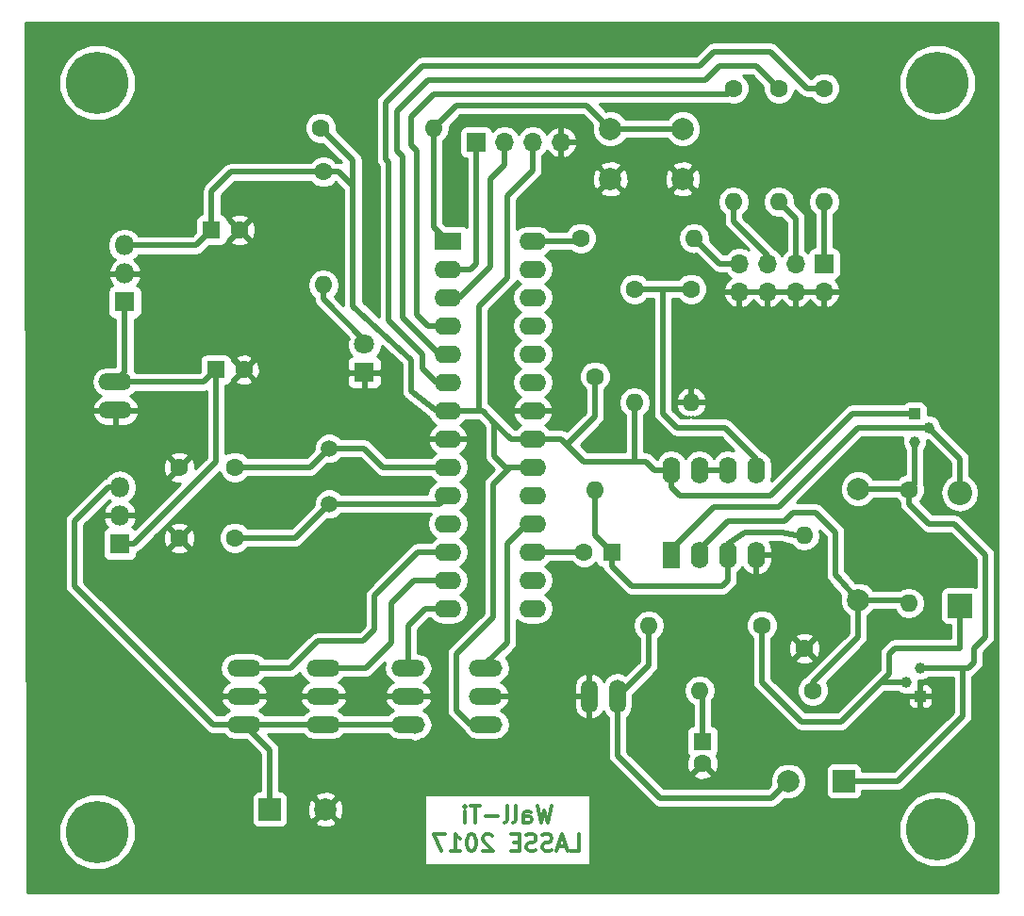
<source format=gbr>
G04 #@! TF.FileFunction,Copper,L2,Bot,Signal*
%FSLAX46Y46*%
G04 Gerber Fmt 4.6, Leading zero omitted, Abs format (unit mm)*
G04 Created by KiCad (PCBNEW 4.0.6-e0-6349~53~ubuntu14.04.1) date Thu Jun  8 11:25:29 2017*
%MOMM*%
%LPD*%
G01*
G04 APERTURE LIST*
%ADD10C,0.100000*%
%ADD11C,0.300000*%
%ADD12O,3.010000X1.510000*%
%ADD13C,2.000000*%
%ADD14R,1.600000X1.600000*%
%ADD15C,1.600000*%
%ADD16R,2.000000X2.000000*%
%ADD17R,1.800000X1.800000*%
%ADD18C,1.800000*%
%ADD19R,2.200000X2.200000*%
%ADD20O,2.200000X2.200000*%
%ADD21O,1.510000X3.010000*%
%ADD22C,1.000000*%
%ADD23R,1.000000X1.000000*%
%ADD24O,1.600000X1.600000*%
%ADD25O,1.800000X1.800000*%
%ADD26R,2.400000X1.600000*%
%ADD27O,2.400000X1.600000*%
%ADD28R,1.600000X2.400000*%
%ADD29O,1.600000X2.400000*%
%ADD30C,1.500000*%
%ADD31C,5.600000*%
%ADD32R,1.700000X1.700000*%
%ADD33O,1.700000X1.700000*%
%ADD34C,0.500000*%
%ADD35C,0.254000*%
G04 APERTURE END LIST*
D10*
D11*
X121820285Y-126935571D02*
X121463142Y-128435571D01*
X121177428Y-127364143D01*
X120891714Y-128435571D01*
X120534571Y-126935571D01*
X119320285Y-128435571D02*
X119320285Y-127649857D01*
X119391714Y-127507000D01*
X119534571Y-127435571D01*
X119820285Y-127435571D01*
X119963142Y-127507000D01*
X119320285Y-128364143D02*
X119463142Y-128435571D01*
X119820285Y-128435571D01*
X119963142Y-128364143D01*
X120034571Y-128221286D01*
X120034571Y-128078429D01*
X119963142Y-127935571D01*
X119820285Y-127864143D01*
X119463142Y-127864143D01*
X119320285Y-127792714D01*
X118391713Y-128435571D02*
X118534571Y-128364143D01*
X118605999Y-128221286D01*
X118605999Y-126935571D01*
X117605999Y-128435571D02*
X117748857Y-128364143D01*
X117820285Y-128221286D01*
X117820285Y-126935571D01*
X117034571Y-127864143D02*
X115891714Y-127864143D01*
X115391714Y-126935571D02*
X114534571Y-126935571D01*
X114963142Y-128435571D02*
X114963142Y-126935571D01*
X114034571Y-128435571D02*
X114034571Y-127435571D01*
X114034571Y-126935571D02*
X114106000Y-127007000D01*
X114034571Y-127078429D01*
X113963143Y-127007000D01*
X114034571Y-126935571D01*
X114034571Y-127078429D01*
X123570284Y-130985571D02*
X124284570Y-130985571D01*
X124284570Y-129485571D01*
X123141713Y-130557000D02*
X122427427Y-130557000D01*
X123284570Y-130985571D02*
X122784570Y-129485571D01*
X122284570Y-130985571D01*
X121855999Y-130914143D02*
X121641713Y-130985571D01*
X121284570Y-130985571D01*
X121141713Y-130914143D01*
X121070284Y-130842714D01*
X120998856Y-130699857D01*
X120998856Y-130557000D01*
X121070284Y-130414143D01*
X121141713Y-130342714D01*
X121284570Y-130271286D01*
X121570284Y-130199857D01*
X121713142Y-130128429D01*
X121784570Y-130057000D01*
X121855999Y-129914143D01*
X121855999Y-129771286D01*
X121784570Y-129628429D01*
X121713142Y-129557000D01*
X121570284Y-129485571D01*
X121213142Y-129485571D01*
X120998856Y-129557000D01*
X120427428Y-130914143D02*
X120213142Y-130985571D01*
X119855999Y-130985571D01*
X119713142Y-130914143D01*
X119641713Y-130842714D01*
X119570285Y-130699857D01*
X119570285Y-130557000D01*
X119641713Y-130414143D01*
X119713142Y-130342714D01*
X119855999Y-130271286D01*
X120141713Y-130199857D01*
X120284571Y-130128429D01*
X120355999Y-130057000D01*
X120427428Y-129914143D01*
X120427428Y-129771286D01*
X120355999Y-129628429D01*
X120284571Y-129557000D01*
X120141713Y-129485571D01*
X119784571Y-129485571D01*
X119570285Y-129557000D01*
X118927428Y-130199857D02*
X118427428Y-130199857D01*
X118213142Y-130985571D02*
X118927428Y-130985571D01*
X118927428Y-129485571D01*
X118213142Y-129485571D01*
X116498857Y-129628429D02*
X116427428Y-129557000D01*
X116284571Y-129485571D01*
X115927428Y-129485571D01*
X115784571Y-129557000D01*
X115713142Y-129628429D01*
X115641714Y-129771286D01*
X115641714Y-129914143D01*
X115713142Y-130128429D01*
X116570285Y-130985571D01*
X115641714Y-130985571D01*
X114713143Y-129485571D02*
X114570286Y-129485571D01*
X114427429Y-129557000D01*
X114356000Y-129628429D01*
X114284571Y-129771286D01*
X114213143Y-130057000D01*
X114213143Y-130414143D01*
X114284571Y-130699857D01*
X114356000Y-130842714D01*
X114427429Y-130914143D01*
X114570286Y-130985571D01*
X114713143Y-130985571D01*
X114856000Y-130914143D01*
X114927429Y-130842714D01*
X114998857Y-130699857D01*
X115070286Y-130414143D01*
X115070286Y-130057000D01*
X114998857Y-129771286D01*
X114927429Y-129628429D01*
X114856000Y-129557000D01*
X114713143Y-129485571D01*
X112784572Y-130985571D02*
X113641715Y-130985571D01*
X113213143Y-130985571D02*
X113213143Y-129485571D01*
X113356000Y-129699857D01*
X113498858Y-129842714D01*
X113641715Y-129914143D01*
X112284572Y-129485571D02*
X111284572Y-129485571D01*
X111927429Y-130985571D01*
D12*
X115951000Y-119634000D03*
X115951000Y-117094000D03*
X115951000Y-114554000D03*
D13*
X149352000Y-108458000D03*
X149352000Y-98458000D03*
D14*
X91694000Y-87757000D03*
D15*
X94194000Y-87757000D03*
D14*
X91313000Y-75184000D03*
D15*
X93813000Y-75184000D03*
D16*
X96520000Y-127254000D03*
D13*
X101520000Y-127254000D03*
D15*
X88392000Y-96520000D03*
X93392000Y-96520000D03*
X88392000Y-102870000D03*
X93392000Y-102870000D03*
D14*
X127254000Y-104140000D03*
D15*
X124754000Y-104140000D03*
D14*
X135382000Y-121158000D03*
D15*
X135382000Y-123158000D03*
D16*
X148082000Y-124714000D03*
D13*
X143082000Y-124714000D03*
D17*
X105029000Y-88011000D03*
D18*
X105029000Y-85471000D03*
D19*
X158496000Y-108966000D03*
D20*
X158496000Y-98806000D03*
D12*
X82677000Y-91376500D03*
X82677000Y-88836500D03*
X108966000Y-119634000D03*
X108966000Y-117094000D03*
X108966000Y-114554000D03*
X94234000Y-119634000D03*
X94234000Y-117094000D03*
X94234000Y-114554000D03*
X101346000Y-119634000D03*
X101346000Y-117094000D03*
X101346000Y-114554000D03*
D21*
X127762000Y-117094000D03*
X125222000Y-117094000D03*
D22*
X155702000Y-92964000D03*
X154432000Y-94234000D03*
D23*
X154432000Y-91694000D03*
D22*
X153670000Y-115824000D03*
X154940000Y-114554000D03*
D23*
X154940000Y-117094000D03*
D15*
X101346000Y-69977000D03*
D24*
X101346000Y-80137000D03*
D15*
X101092000Y-66040000D03*
D24*
X111252000Y-66040000D03*
D15*
X138176000Y-62484000D03*
D24*
X138176000Y-72644000D03*
D15*
X142240000Y-62484000D03*
D24*
X142240000Y-72644000D03*
D15*
X146304000Y-62484000D03*
D24*
X146304000Y-72644000D03*
D15*
X124460000Y-75946000D03*
D24*
X134620000Y-75946000D03*
D15*
X125730000Y-88392000D03*
D24*
X125730000Y-98552000D03*
D15*
X144526000Y-112776000D03*
D24*
X144526000Y-102616000D03*
D15*
X145288000Y-116586000D03*
D24*
X135128000Y-116586000D03*
D15*
X153924000Y-98552000D03*
D24*
X153924000Y-108712000D03*
D15*
X140716000Y-110744000D03*
D24*
X130556000Y-110744000D03*
D17*
X83502500Y-81661000D03*
D25*
X83502500Y-79121000D03*
X83502500Y-76581000D03*
D26*
X112522000Y-76200000D03*
D27*
X120142000Y-109220000D03*
X112522000Y-78740000D03*
X120142000Y-106680000D03*
X112522000Y-81280000D03*
X120142000Y-104140000D03*
X112522000Y-83820000D03*
X120142000Y-101600000D03*
X112522000Y-86360000D03*
X120142000Y-99060000D03*
X112522000Y-88900000D03*
X120142000Y-96520000D03*
X112522000Y-91440000D03*
X120142000Y-93980000D03*
X112522000Y-93980000D03*
X120142000Y-91440000D03*
X112522000Y-96520000D03*
X120142000Y-88900000D03*
X112522000Y-99060000D03*
X120142000Y-86360000D03*
X112522000Y-101600000D03*
X120142000Y-83820000D03*
X112522000Y-104140000D03*
X120142000Y-81280000D03*
X112522000Y-106680000D03*
X120142000Y-78740000D03*
X112522000Y-109220000D03*
X120142000Y-76200000D03*
D17*
X83058000Y-103378000D03*
D25*
X83058000Y-100838000D03*
X83058000Y-98298000D03*
D28*
X132588000Y-104394000D03*
D29*
X140208000Y-96774000D03*
X135128000Y-104394000D03*
X137668000Y-96774000D03*
X137668000Y-104394000D03*
X135128000Y-96774000D03*
X140208000Y-104394000D03*
X132588000Y-96774000D03*
D30*
X101854000Y-99822000D03*
X101854000Y-94822000D03*
D13*
X133604000Y-66112000D03*
X133604000Y-70612000D03*
X127104000Y-66112000D03*
X127104000Y-70612000D03*
D15*
X129286000Y-80518000D03*
D24*
X129286000Y-90678000D03*
D15*
X134366000Y-80518000D03*
D24*
X134366000Y-90678000D03*
D31*
X81026000Y-129286000D03*
X81026000Y-61976000D03*
X156464000Y-129032000D03*
X156464000Y-61976000D03*
D32*
X115062000Y-67310000D03*
D33*
X117602000Y-67310000D03*
X120142000Y-67310000D03*
X122682000Y-67310000D03*
D32*
X146304000Y-78232000D03*
D33*
X146304000Y-80772000D03*
X143764000Y-78232000D03*
X143764000Y-80772000D03*
X141224000Y-78232000D03*
X141224000Y-80772000D03*
X138684000Y-78232000D03*
X138684000Y-80772000D03*
D34*
X83058000Y-103378000D02*
X84328000Y-103378000D01*
X91694000Y-96012000D02*
X91694000Y-87757000D01*
X84328000Y-103378000D02*
X91694000Y-96012000D01*
X82677000Y-88836500D02*
X90614500Y-88836500D01*
X90614500Y-88836500D02*
X91694000Y-87757000D01*
X83502500Y-81661000D02*
X83502500Y-88011000D01*
X83502500Y-88011000D02*
X82677000Y-88836500D01*
X115316000Y-91440000D02*
X115316000Y-82042000D01*
X120142000Y-69850000D02*
X120142000Y-67310000D01*
X117856000Y-72136000D02*
X120142000Y-69850000D01*
X117856000Y-79502000D02*
X117856000Y-72136000D01*
X115316000Y-82042000D02*
X117856000Y-79502000D01*
X115951000Y-119634000D02*
X114554000Y-119634000D01*
X114554000Y-119634000D02*
X113284000Y-118364000D01*
X113284000Y-118364000D02*
X113284000Y-113284000D01*
X113284000Y-113284000D02*
X116586000Y-109982000D01*
X116586000Y-109982000D02*
X116586000Y-98044000D01*
X116586000Y-98044000D02*
X118110000Y-96520000D01*
X129286000Y-90678000D02*
X129286000Y-96012000D01*
X129286000Y-96012000D02*
X129540000Y-96012000D01*
X125730000Y-88392000D02*
X125730000Y-91948000D01*
X125730000Y-91948000D02*
X123190000Y-94488000D01*
X132588000Y-96774000D02*
X132588000Y-98298000D01*
X148844000Y-91694000D02*
X154432000Y-91694000D01*
X141478000Y-99060000D02*
X148844000Y-91694000D01*
X133350000Y-99060000D02*
X141478000Y-99060000D01*
X132588000Y-98298000D02*
X133350000Y-99060000D01*
X101346000Y-69977000D02*
X102743000Y-69977000D01*
X102743000Y-69977000D02*
X104013000Y-71247000D01*
X111506000Y-91440000D02*
X109220000Y-89662000D01*
X104013000Y-82042000D02*
X104013000Y-71247000D01*
X109220000Y-86868000D02*
X104013000Y-82042000D01*
X109220000Y-89662000D02*
X109220000Y-86868000D01*
X104013000Y-71247000D02*
X104013000Y-68961000D01*
X103822500Y-68770500D02*
X101092000Y-66040000D01*
X104013000Y-68961000D02*
X103822500Y-68770500D01*
X132588000Y-96774000D02*
X131064000Y-96774000D01*
X124714000Y-96012000D02*
X123190000Y-94488000D01*
X123190000Y-94488000D02*
X122682000Y-93980000D01*
X130302000Y-96012000D02*
X129540000Y-96012000D01*
X129540000Y-96012000D02*
X124714000Y-96012000D01*
X131064000Y-96774000D02*
X130302000Y-96012000D01*
X120142000Y-93980000D02*
X122682000Y-93980000D01*
X120142000Y-96520000D02*
X118110000Y-96520000D01*
X118110000Y-96520000D02*
X117729000Y-96520000D01*
X116713000Y-95504000D02*
X116713000Y-92519500D01*
X117729000Y-96520000D02*
X116713000Y-95504000D01*
X112522000Y-91440000D02*
X115316000Y-91440000D01*
X115316000Y-91440000D02*
X115633500Y-91440000D01*
X118173500Y-93980000D02*
X120142000Y-93980000D01*
X115633500Y-91440000D02*
X116713000Y-92519500D01*
X116713000Y-92519500D02*
X118173500Y-93980000D01*
X83502500Y-76581000D02*
X89916000Y-76581000D01*
X89916000Y-76581000D02*
X91313000Y-75184000D01*
X91313000Y-75184000D02*
X91313000Y-71691500D01*
X93027500Y-69977000D02*
X101346000Y-69977000D01*
X91313000Y-71691500D02*
X93027500Y-69977000D01*
X91059000Y-75438000D02*
X91313000Y-75184000D01*
X112522000Y-91440000D02*
X111506000Y-91440000D01*
X109601000Y-120269000D02*
X108966000Y-119634000D01*
X96520000Y-127254000D02*
X96520000Y-121920000D01*
X96520000Y-121920000D02*
X94234000Y-119634000D01*
X83058000Y-98298000D02*
X82042000Y-98298000D01*
X91440000Y-119634000D02*
X94234000Y-119634000D01*
X78994000Y-107188000D02*
X91440000Y-119634000D01*
X78994000Y-101346000D02*
X78994000Y-107188000D01*
X82042000Y-98298000D02*
X78994000Y-101346000D01*
X101346000Y-119634000D02*
X106553000Y-119634000D01*
X106553000Y-119634000D02*
X110109000Y-119634000D01*
X110109000Y-119634000D02*
X108966000Y-119634000D01*
X94234000Y-119634000D02*
X102743000Y-119634000D01*
X102743000Y-119634000D02*
X101346000Y-119634000D01*
X93392000Y-96520000D02*
X100156000Y-96520000D01*
X100156000Y-96520000D02*
X101854000Y-94822000D01*
X101854000Y-94822000D02*
X104982000Y-94822000D01*
X106680000Y-96520000D02*
X112522000Y-96520000D01*
X104982000Y-94822000D02*
X106680000Y-96520000D01*
X93392000Y-102870000D02*
X98806000Y-102870000D01*
X98806000Y-102870000D02*
X101854000Y-99822000D01*
X101854000Y-99822000D02*
X111760000Y-99822000D01*
X111760000Y-99822000D02*
X112522000Y-99060000D01*
X125730000Y-98552000D02*
X125730000Y-102616000D01*
X125730000Y-102616000D02*
X127254000Y-104140000D01*
X137668000Y-104394000D02*
X137668000Y-103378000D01*
X137668000Y-103378000D02*
X139192000Y-102362000D01*
X142494000Y-102362000D02*
X143764000Y-102616000D01*
X139192000Y-102362000D02*
X142494000Y-102362000D01*
X143764000Y-102616000D02*
X144526000Y-102616000D01*
X127254000Y-104140000D02*
X127254000Y-105410000D01*
X137668000Y-106680000D02*
X137668000Y-104394000D01*
X137160000Y-107188000D02*
X137668000Y-106680000D01*
X129032000Y-107188000D02*
X137160000Y-107188000D01*
X127254000Y-105410000D02*
X129032000Y-107188000D01*
X120142000Y-104140000D02*
X124754000Y-104140000D01*
X135382000Y-121158000D02*
X135382000Y-116840000D01*
X135382000Y-116840000D02*
X135128000Y-116586000D01*
X145288000Y-116586000D02*
X145288000Y-115824000D01*
X145288000Y-115824000D02*
X149352000Y-111760000D01*
X149352000Y-111760000D02*
X149352000Y-108458000D01*
X149352000Y-108458000D02*
X153670000Y-108458000D01*
X153670000Y-108458000D02*
X153924000Y-108712000D01*
X135128000Y-104394000D02*
X135128000Y-103886000D01*
X135128000Y-103886000D02*
X137668000Y-101346000D01*
X137668000Y-101346000D02*
X142748000Y-101346000D01*
X142748000Y-101346000D02*
X143510000Y-100584000D01*
X143510000Y-100584000D02*
X145542000Y-100584000D01*
X145542000Y-100584000D02*
X147320000Y-102362000D01*
X147320000Y-102362000D02*
X147320000Y-104140000D01*
X147320000Y-104140000D02*
X147320000Y-106172000D01*
X147320000Y-106172000D02*
X147574000Y-106426000D01*
X147574000Y-106426000D02*
X149352000Y-108458000D01*
X148082000Y-124714000D02*
X152908000Y-124714000D01*
X158750000Y-118872000D02*
X158750000Y-114554000D01*
X152908000Y-124714000D02*
X158750000Y-118872000D01*
X154432000Y-94234000D02*
X154432000Y-98044000D01*
X154432000Y-98044000D02*
X153924000Y-98552000D01*
X154940000Y-114554000D02*
X158750000Y-114554000D01*
X158750000Y-114554000D02*
X159258000Y-114554000D01*
X159258000Y-114554000D02*
X159512000Y-114300000D01*
X159512000Y-114300000D02*
X159766000Y-114046000D01*
X153924000Y-98552000D02*
X153924000Y-99822000D01*
X153924000Y-99822000D02*
X155702000Y-101600000D01*
X155702000Y-101600000D02*
X157988000Y-101600000D01*
X157988000Y-101600000D02*
X160782000Y-104394000D01*
X160782000Y-104394000D02*
X160782000Y-111760000D01*
X160782000Y-111760000D02*
X159766000Y-112776000D01*
X159766000Y-112776000D02*
X159766000Y-114046000D01*
X149352000Y-98458000D02*
X153830000Y-98458000D01*
X153830000Y-98458000D02*
X153924000Y-98552000D01*
X127762000Y-117094000D02*
X127762000Y-122428000D01*
X141558000Y-126238000D02*
X143082000Y-124714000D01*
X131572000Y-126238000D02*
X141558000Y-126238000D01*
X127762000Y-122428000D02*
X131572000Y-126238000D01*
X130556000Y-110744000D02*
X130556000Y-114300000D01*
X130556000Y-114300000D02*
X127762000Y-117094000D01*
X105029000Y-85471000D02*
X105029000Y-85090000D01*
X105029000Y-85090000D02*
X101346000Y-81407000D01*
X101346000Y-81407000D02*
X101346000Y-80137000D01*
X153670000Y-115824000D02*
X151384000Y-115824000D01*
X152654000Y-112776000D02*
X158242000Y-112776000D01*
X158242000Y-112776000D02*
X158496000Y-112776000D01*
X152146000Y-113284000D02*
X152654000Y-112776000D01*
X152146000Y-115062000D02*
X152146000Y-113284000D01*
X147828000Y-119380000D02*
X151384000Y-115824000D01*
X151384000Y-115824000D02*
X152146000Y-115062000D01*
X144272000Y-119380000D02*
X147828000Y-119380000D01*
X140716000Y-115824000D02*
X144272000Y-119380000D01*
X140716000Y-113284000D02*
X140716000Y-115824000D01*
X140716000Y-110744000D02*
X140716000Y-113284000D01*
X140716000Y-113284000D02*
X140716000Y-113284000D01*
X158496000Y-108966000D02*
X158496000Y-112776000D01*
X132588000Y-104394000D02*
X132588000Y-103886000D01*
X132588000Y-103886000D02*
X136398000Y-100076000D01*
X149352000Y-92964000D02*
X155702000Y-92964000D01*
X142240000Y-100076000D02*
X149352000Y-92964000D01*
X136398000Y-100076000D02*
X142240000Y-100076000D01*
X158496000Y-98806000D02*
X158496000Y-95758000D01*
X158496000Y-95758000D02*
X155702000Y-92964000D01*
X112522000Y-109220000D02*
X110490000Y-109220000D01*
X108966000Y-110744000D02*
X108966000Y-114554000D01*
X110490000Y-109220000D02*
X108966000Y-110744000D01*
X94234000Y-114554000D02*
X98425000Y-114554000D01*
X98425000Y-114554000D02*
X100838000Y-112141000D01*
X109855000Y-104140000D02*
X112522000Y-104140000D01*
X105918000Y-108077000D02*
X109855000Y-104140000D01*
X105918000Y-111125000D02*
X105918000Y-108077000D01*
X104902000Y-112141000D02*
X105918000Y-111125000D01*
X100838000Y-112141000D02*
X104902000Y-112141000D01*
X94234000Y-114300000D02*
X94996000Y-114300000D01*
X101346000Y-114554000D02*
X105156000Y-114554000D01*
X105156000Y-114554000D02*
X107442000Y-112268000D01*
X109474000Y-106680000D02*
X112522000Y-106680000D01*
X107442000Y-108712000D02*
X109474000Y-106680000D01*
X107442000Y-112268000D02*
X107442000Y-108712000D01*
X115951000Y-114554000D02*
X115951000Y-114173000D01*
X115951000Y-114173000D02*
X117856000Y-112268000D01*
X117856000Y-112268000D02*
X117856000Y-103378000D01*
X117856000Y-103378000D02*
X119634000Y-101600000D01*
X119634000Y-101600000D02*
X120142000Y-101600000D01*
X112522000Y-78740000D02*
X114554000Y-78740000D01*
X115062000Y-78232000D02*
X115062000Y-67310000D01*
X114554000Y-78740000D02*
X115062000Y-78232000D01*
X112522000Y-81280000D02*
X113538000Y-81280000D01*
X113538000Y-81280000D02*
X116332000Y-78486000D01*
X116332000Y-78486000D02*
X116332000Y-70612000D01*
X116332000Y-70612000D02*
X117602000Y-69342000D01*
X117602000Y-69342000D02*
X117602000Y-67310000D01*
X146304000Y-78232000D02*
X146304000Y-72644000D01*
X127104000Y-66112000D02*
X133604000Y-66112000D01*
X111252000Y-66040000D02*
X113284000Y-64008000D01*
X125000000Y-64008000D02*
X127104000Y-66112000D01*
X113284000Y-64008000D02*
X125000000Y-64008000D01*
X111252000Y-66040000D02*
X111252000Y-74930000D01*
X111252000Y-74930000D02*
X112522000Y-76200000D01*
X137668000Y-62992000D02*
X138176000Y-62484000D01*
X111252000Y-62992000D02*
X137668000Y-62992000D01*
X109220000Y-65024000D02*
X111252000Y-62992000D01*
X109220000Y-67564000D02*
X109220000Y-65024000D01*
X109728000Y-68072000D02*
X109220000Y-67564000D01*
X109728000Y-82804000D02*
X109728000Y-68072000D01*
X110744000Y-83820000D02*
X109728000Y-82804000D01*
X112522000Y-83820000D02*
X110744000Y-83820000D01*
X112522000Y-83820000D02*
X112776000Y-83820000D01*
X111379000Y-83820000D02*
X112522000Y-83820000D01*
X112522000Y-86360000D02*
X111760000Y-86360000D01*
X111760000Y-86360000D02*
X109728000Y-84328000D01*
X142240000Y-62484000D02*
X140208000Y-60452000D01*
X136906000Y-60452000D02*
X140208000Y-60452000D01*
X135636000Y-61722000D02*
X136906000Y-60452000D01*
X110744000Y-61722000D02*
X135636000Y-61722000D01*
X107950000Y-64516000D02*
X110744000Y-61722000D01*
X107950000Y-68072000D02*
X107950000Y-64516000D01*
X108458000Y-68580000D02*
X107950000Y-68072000D01*
X108458000Y-83058000D02*
X108458000Y-68580000D01*
X109728000Y-84328000D02*
X108458000Y-83058000D01*
X112522000Y-86360000D02*
X112014000Y-86360000D01*
X112268000Y-86360000D02*
X112522000Y-86360000D01*
X112522000Y-88900000D02*
X111506000Y-88900000D01*
X111506000Y-88900000D02*
X110236000Y-87630000D01*
X144780000Y-62484000D02*
X146304000Y-62484000D01*
X141478000Y-59182000D02*
X144780000Y-62484000D01*
X136398000Y-59182000D02*
X141478000Y-59182000D01*
X135128000Y-60452000D02*
X136398000Y-59182000D01*
X110236000Y-60452000D02*
X135128000Y-60452000D01*
X106934000Y-63754000D02*
X110236000Y-60452000D01*
X106934000Y-68834000D02*
X106934000Y-63754000D01*
X107188000Y-69088000D02*
X106934000Y-68834000D01*
X107188000Y-83312000D02*
X107188000Y-69088000D01*
X110236000Y-86360000D02*
X107188000Y-83312000D01*
X110236000Y-87630000D02*
X110236000Y-86360000D01*
X120142000Y-76200000D02*
X124206000Y-76200000D01*
X124206000Y-76200000D02*
X124460000Y-75946000D01*
X140208000Y-96774000D02*
X140208000Y-95758000D01*
X140208000Y-95758000D02*
X137414000Y-92964000D01*
X137414000Y-92964000D02*
X133096000Y-92964000D01*
X133096000Y-92964000D02*
X131826000Y-91694000D01*
X131826000Y-91694000D02*
X131826000Y-80518000D01*
X129286000Y-80518000D02*
X131826000Y-80518000D01*
X131826000Y-80518000D02*
X134366000Y-80518000D01*
X137668000Y-96774000D02*
X135128000Y-96774000D01*
X143764000Y-78232000D02*
X143764000Y-74168000D01*
X143764000Y-74168000D02*
X142240000Y-72644000D01*
X141224000Y-78232000D02*
X141224000Y-77470000D01*
X141224000Y-77470000D02*
X138176000Y-74422000D01*
X138176000Y-74422000D02*
X138176000Y-72644000D01*
X138684000Y-78232000D02*
X136906000Y-78232000D01*
X136906000Y-78232000D02*
X134620000Y-75946000D01*
D35*
G36*
X161925000Y-134747000D02*
X74802589Y-134747000D01*
X74787118Y-129966266D01*
X77590405Y-129966266D01*
X78112250Y-131229229D01*
X79077688Y-132196354D01*
X80339739Y-132720403D01*
X81706266Y-132721595D01*
X82969229Y-132199750D01*
X83936354Y-131234312D01*
X84460403Y-129972261D01*
X84461595Y-128605734D01*
X83939750Y-127342771D01*
X82974312Y-126375646D01*
X81712261Y-125851597D01*
X80345734Y-125850405D01*
X79082771Y-126372250D01*
X78115646Y-127337688D01*
X77591597Y-128599739D01*
X77590405Y-129966266D01*
X74787118Y-129966266D01*
X74694496Y-101346000D01*
X78108999Y-101346000D01*
X78109000Y-101346005D01*
X78109000Y-107187995D01*
X78108999Y-107188000D01*
X78161356Y-107451210D01*
X78176367Y-107526675D01*
X78288636Y-107694698D01*
X78368210Y-107813790D01*
X90814208Y-120259787D01*
X90814210Y-120259790D01*
X91101325Y-120451633D01*
X91157516Y-120462810D01*
X91440000Y-120519001D01*
X91440005Y-120519000D01*
X92393797Y-120519000D01*
X92459197Y-120616878D01*
X92910145Y-120918193D01*
X93442075Y-121024000D01*
X94372420Y-121024000D01*
X95635000Y-122286579D01*
X95635000Y-125606560D01*
X95520000Y-125606560D01*
X95284683Y-125650838D01*
X95068559Y-125789910D01*
X94923569Y-126002110D01*
X94872560Y-126254000D01*
X94872560Y-128254000D01*
X94916838Y-128489317D01*
X95055910Y-128705441D01*
X95268110Y-128850431D01*
X95520000Y-128901440D01*
X97520000Y-128901440D01*
X97755317Y-128857162D01*
X97971441Y-128718090D01*
X98116431Y-128505890D01*
X98136551Y-128406532D01*
X100547073Y-128406532D01*
X100645736Y-128673387D01*
X101255461Y-128899908D01*
X101905460Y-128875856D01*
X102394264Y-128673387D01*
X102492927Y-128406532D01*
X101520000Y-127433605D01*
X100547073Y-128406532D01*
X98136551Y-128406532D01*
X98167440Y-128254000D01*
X98167440Y-126989461D01*
X99874092Y-126989461D01*
X99898144Y-127639460D01*
X100100613Y-128128264D01*
X100367468Y-128226927D01*
X101340395Y-127254000D01*
X101699605Y-127254000D01*
X102672532Y-128226927D01*
X102939387Y-128128264D01*
X103165908Y-127518539D01*
X103141856Y-126868540D01*
X102939387Y-126379736D01*
X102672532Y-126281073D01*
X101699605Y-127254000D01*
X101340395Y-127254000D01*
X100367468Y-126281073D01*
X100100613Y-126379736D01*
X99874092Y-126989461D01*
X98167440Y-126989461D01*
X98167440Y-126254000D01*
X98138740Y-126101468D01*
X100547073Y-126101468D01*
X101520000Y-127074395D01*
X102492927Y-126101468D01*
X102426574Y-125922000D01*
X110435287Y-125922000D01*
X110435287Y-132292000D01*
X125276713Y-132292000D01*
X125276713Y-129712266D01*
X153028405Y-129712266D01*
X153550250Y-130975229D01*
X154515688Y-131942354D01*
X155777739Y-132466403D01*
X157144266Y-132467595D01*
X158407229Y-131945750D01*
X159374354Y-130980312D01*
X159898403Y-129718261D01*
X159899595Y-128351734D01*
X159377750Y-127088771D01*
X158412312Y-126121646D01*
X157150261Y-125597597D01*
X155783734Y-125596405D01*
X154520771Y-126118250D01*
X153553646Y-127083688D01*
X153029597Y-128345739D01*
X153028405Y-129712266D01*
X125276713Y-129712266D01*
X125276713Y-125922000D01*
X110435287Y-125922000D01*
X102426574Y-125922000D01*
X102394264Y-125834613D01*
X101784539Y-125608092D01*
X101134540Y-125632144D01*
X100645736Y-125834613D01*
X100547073Y-126101468D01*
X98138740Y-126101468D01*
X98123162Y-126018683D01*
X97984090Y-125802559D01*
X97771890Y-125657569D01*
X97520000Y-125606560D01*
X97405000Y-125606560D01*
X97405000Y-121920005D01*
X97405001Y-121920000D01*
X97337633Y-121581325D01*
X97145790Y-121294210D01*
X97145787Y-121294208D01*
X96370579Y-120519000D01*
X99505797Y-120519000D01*
X99571197Y-120616878D01*
X100022145Y-120918193D01*
X100554075Y-121024000D01*
X102137925Y-121024000D01*
X102669855Y-120918193D01*
X103120803Y-120616878D01*
X103186203Y-120519000D01*
X107125797Y-120519000D01*
X107191197Y-120616878D01*
X107642145Y-120918193D01*
X108174075Y-121024000D01*
X109168588Y-121024000D01*
X109262326Y-121086634D01*
X109601000Y-121154001D01*
X109939675Y-121086634D01*
X110150187Y-120945975D01*
X110289855Y-120918193D01*
X110740803Y-120616878D01*
X111042118Y-120165930D01*
X111147925Y-119634000D01*
X111042118Y-119102070D01*
X110740803Y-118651122D01*
X110292013Y-118351249D01*
X110365263Y-118329592D01*
X110788681Y-117987076D01*
X111048793Y-117508597D01*
X111063277Y-117435971D01*
X110940683Y-117221000D01*
X109093000Y-117221000D01*
X109093000Y-117241000D01*
X108839000Y-117241000D01*
X108839000Y-117221000D01*
X106991317Y-117221000D01*
X106868723Y-117435971D01*
X106883207Y-117508597D01*
X107143319Y-117987076D01*
X107566737Y-118329592D01*
X107639987Y-118351249D01*
X107191197Y-118651122D01*
X107125797Y-118749000D01*
X103186203Y-118749000D01*
X103120803Y-118651122D01*
X102672013Y-118351249D01*
X102745263Y-118329592D01*
X103168681Y-117987076D01*
X103428793Y-117508597D01*
X103443277Y-117435971D01*
X103320683Y-117221000D01*
X101473000Y-117221000D01*
X101473000Y-117241000D01*
X101219000Y-117241000D01*
X101219000Y-117221000D01*
X99371317Y-117221000D01*
X99248723Y-117435971D01*
X99263207Y-117508597D01*
X99523319Y-117987076D01*
X99946737Y-118329592D01*
X100019987Y-118351249D01*
X99571197Y-118651122D01*
X99505797Y-118749000D01*
X96074203Y-118749000D01*
X96008803Y-118651122D01*
X95560013Y-118351249D01*
X95633263Y-118329592D01*
X96056681Y-117987076D01*
X96316793Y-117508597D01*
X96331277Y-117435971D01*
X96208683Y-117221000D01*
X94361000Y-117221000D01*
X94361000Y-117241000D01*
X94107000Y-117241000D01*
X94107000Y-117221000D01*
X92259317Y-117221000D01*
X92136723Y-117435971D01*
X92151207Y-117508597D01*
X92411319Y-117987076D01*
X92834737Y-118329592D01*
X92907987Y-118351249D01*
X92459197Y-118651122D01*
X92393797Y-118749000D01*
X91806579Y-118749000D01*
X79879000Y-106821420D01*
X79879000Y-101712580D01*
X82095784Y-99495796D01*
X82210582Y-99572501D01*
X81820034Y-99930424D01*
X81566954Y-100473258D01*
X81687003Y-100711000D01*
X82931000Y-100711000D01*
X82931000Y-100691000D01*
X83185000Y-100691000D01*
X83185000Y-100711000D01*
X84428997Y-100711000D01*
X84549046Y-100473258D01*
X84295966Y-99930424D01*
X83905418Y-99572501D01*
X84143409Y-99413481D01*
X84476155Y-98915491D01*
X84593000Y-98328072D01*
X84593000Y-98267928D01*
X84476155Y-97680509D01*
X84143409Y-97182519D01*
X83645419Y-96849773D01*
X83058000Y-96732928D01*
X82470581Y-96849773D01*
X81972591Y-97182519D01*
X81784344Y-97464251D01*
X81759516Y-97469190D01*
X81703325Y-97480367D01*
X81416210Y-97672210D01*
X81416208Y-97672213D01*
X78368210Y-100720210D01*
X78176367Y-101007325D01*
X78165190Y-101063516D01*
X78108999Y-101346000D01*
X74694496Y-101346000D01*
X74678177Y-96303223D01*
X86945035Y-96303223D01*
X86972222Y-96873454D01*
X87138136Y-97274005D01*
X87384255Y-97348139D01*
X88212395Y-96520000D01*
X87384255Y-95691861D01*
X87138136Y-95765995D01*
X86945035Y-96303223D01*
X74678177Y-96303223D01*
X74675618Y-95512255D01*
X87563861Y-95512255D01*
X88392000Y-96340395D01*
X89220139Y-95512255D01*
X89146005Y-95266136D01*
X88608777Y-95073035D01*
X88038546Y-95100222D01*
X87637995Y-95266136D01*
X87563861Y-95512255D01*
X74675618Y-95512255D01*
X74663339Y-91718471D01*
X80579723Y-91718471D01*
X80594207Y-91791097D01*
X80854319Y-92269576D01*
X81277737Y-92612092D01*
X81800000Y-92766500D01*
X82550000Y-92766500D01*
X82550000Y-91503500D01*
X82804000Y-91503500D01*
X82804000Y-92766500D01*
X83554000Y-92766500D01*
X84076263Y-92612092D01*
X84499681Y-92269576D01*
X84759793Y-91791097D01*
X84774277Y-91718471D01*
X84651683Y-91503500D01*
X82804000Y-91503500D01*
X82550000Y-91503500D01*
X80702317Y-91503500D01*
X80579723Y-91718471D01*
X74663339Y-91718471D01*
X74654012Y-88836500D01*
X80495075Y-88836500D01*
X80600882Y-89368430D01*
X80902197Y-89819378D01*
X81350987Y-90119251D01*
X81277737Y-90140908D01*
X80854319Y-90483424D01*
X80594207Y-90961903D01*
X80579723Y-91034529D01*
X80702317Y-91249500D01*
X82550000Y-91249500D01*
X82550000Y-91229500D01*
X82804000Y-91229500D01*
X82804000Y-91249500D01*
X84651683Y-91249500D01*
X84774277Y-91034529D01*
X84759793Y-90961903D01*
X84499681Y-90483424D01*
X84076263Y-90140908D01*
X84003013Y-90119251D01*
X84451803Y-89819378D01*
X84517203Y-89721500D01*
X90614495Y-89721500D01*
X90614500Y-89721501D01*
X90809000Y-89682812D01*
X90809000Y-95645421D01*
X89833444Y-96620977D01*
X89811778Y-96166546D01*
X89645864Y-95765995D01*
X89399745Y-95691861D01*
X88571605Y-96520000D01*
X88585748Y-96534142D01*
X88406142Y-96713748D01*
X88392000Y-96699605D01*
X87563861Y-97527745D01*
X87637995Y-97773864D01*
X88175223Y-97966965D01*
X88503087Y-97951333D01*
X84424350Y-102030071D01*
X84422090Y-102026559D01*
X84209890Y-101881569D01*
X84158854Y-101871234D01*
X84295966Y-101745576D01*
X84549046Y-101202742D01*
X84428997Y-100965000D01*
X83185000Y-100965000D01*
X83185000Y-100985000D01*
X82931000Y-100985000D01*
X82931000Y-100965000D01*
X81687003Y-100965000D01*
X81566954Y-101202742D01*
X81820034Y-101745576D01*
X81954538Y-101868844D01*
X81922683Y-101874838D01*
X81706559Y-102013910D01*
X81561569Y-102226110D01*
X81510560Y-102478000D01*
X81510560Y-104278000D01*
X81554838Y-104513317D01*
X81693910Y-104729441D01*
X81906110Y-104874431D01*
X82158000Y-104925440D01*
X83958000Y-104925440D01*
X84193317Y-104881162D01*
X84409441Y-104742090D01*
X84554431Y-104529890D01*
X84605440Y-104278000D01*
X84605440Y-104207813D01*
X84610484Y-104206810D01*
X84666675Y-104195633D01*
X84953790Y-104003790D01*
X85079834Y-103877745D01*
X87563861Y-103877745D01*
X87637995Y-104123864D01*
X88175223Y-104316965D01*
X88745454Y-104289778D01*
X89146005Y-104123864D01*
X89220139Y-103877745D01*
X88392000Y-103049605D01*
X87563861Y-103877745D01*
X85079834Y-103877745D01*
X86304356Y-102653223D01*
X86945035Y-102653223D01*
X86972222Y-103223454D01*
X87138136Y-103624005D01*
X87384255Y-103698139D01*
X88212395Y-102870000D01*
X88571605Y-102870000D01*
X89399745Y-103698139D01*
X89645864Y-103624005D01*
X89838965Y-103086777D01*
X89811778Y-102516546D01*
X89645864Y-102115995D01*
X89399745Y-102041861D01*
X88571605Y-102870000D01*
X88212395Y-102870000D01*
X87384255Y-102041861D01*
X87138136Y-102115995D01*
X86945035Y-102653223D01*
X86304356Y-102653223D01*
X87095324Y-101862255D01*
X87563861Y-101862255D01*
X88392000Y-102690395D01*
X89220139Y-101862255D01*
X89146005Y-101616136D01*
X88608777Y-101423035D01*
X88038546Y-101450222D01*
X87637995Y-101616136D01*
X87563861Y-101862255D01*
X87095324Y-101862255D01*
X92014246Y-96943333D01*
X92174757Y-97331800D01*
X92578077Y-97735824D01*
X93105309Y-97954750D01*
X93676187Y-97955248D01*
X94203800Y-97737243D01*
X94536623Y-97405000D01*
X100155995Y-97405000D01*
X100156000Y-97405001D01*
X100441858Y-97348139D01*
X100494675Y-97337633D01*
X100781790Y-97145790D01*
X101720695Y-96206884D01*
X102128285Y-96207240D01*
X102637515Y-95996831D01*
X102927852Y-95707000D01*
X104615420Y-95707000D01*
X106054208Y-97145787D01*
X106054210Y-97145790D01*
X106341325Y-97337633D01*
X106394142Y-97348139D01*
X106680000Y-97405001D01*
X106680005Y-97405000D01*
X110984690Y-97405000D01*
X111071352Y-97534698D01*
X111453438Y-97790000D01*
X111071352Y-98045302D01*
X110760283Y-98510849D01*
X110675516Y-98937000D01*
X102927523Y-98937000D01*
X102639564Y-98648539D01*
X102130702Y-98437241D01*
X101579715Y-98436760D01*
X101070485Y-98647169D01*
X100680539Y-99036436D01*
X100469241Y-99545298D01*
X100468883Y-99955538D01*
X98439420Y-101985000D01*
X94536171Y-101985000D01*
X94205923Y-101654176D01*
X93678691Y-101435250D01*
X93107813Y-101434752D01*
X92580200Y-101652757D01*
X92176176Y-102056077D01*
X91957250Y-102583309D01*
X91956752Y-103154187D01*
X92174757Y-103681800D01*
X92578077Y-104085824D01*
X93105309Y-104304750D01*
X93676187Y-104305248D01*
X94203800Y-104087243D01*
X94536623Y-103755000D01*
X98805995Y-103755000D01*
X98806000Y-103755001D01*
X99091858Y-103698139D01*
X99144675Y-103687633D01*
X99431790Y-103495790D01*
X101720695Y-101206884D01*
X102128285Y-101207240D01*
X102637515Y-100996831D01*
X102927852Y-100707000D01*
X110990036Y-100707000D01*
X110760283Y-101050849D01*
X110651050Y-101600000D01*
X110760283Y-102149151D01*
X111071352Y-102614698D01*
X111453438Y-102870000D01*
X111071352Y-103125302D01*
X110984690Y-103255000D01*
X109855005Y-103255000D01*
X109855000Y-103254999D01*
X109572516Y-103311190D01*
X109516325Y-103322367D01*
X109229210Y-103514210D01*
X109229208Y-103514213D01*
X105292210Y-107451210D01*
X105100367Y-107738325D01*
X105100367Y-107738326D01*
X105032999Y-108077000D01*
X105033000Y-108077005D01*
X105033000Y-110758421D01*
X104535420Y-111256000D01*
X100838000Y-111256000D01*
X100499325Y-111323367D01*
X100212210Y-111515210D01*
X100212208Y-111515213D01*
X98058420Y-113669000D01*
X96074203Y-113669000D01*
X96008803Y-113571122D01*
X95557855Y-113269807D01*
X95025925Y-113164000D01*
X93442075Y-113164000D01*
X92910145Y-113269807D01*
X92459197Y-113571122D01*
X92157882Y-114022070D01*
X92052075Y-114554000D01*
X92157882Y-115085930D01*
X92459197Y-115536878D01*
X92907987Y-115836751D01*
X92834737Y-115858408D01*
X92411319Y-116200924D01*
X92151207Y-116679403D01*
X92136723Y-116752029D01*
X92259317Y-116967000D01*
X94107000Y-116967000D01*
X94107000Y-116947000D01*
X94361000Y-116947000D01*
X94361000Y-116967000D01*
X96208683Y-116967000D01*
X96331277Y-116752029D01*
X96316793Y-116679403D01*
X96056681Y-116200924D01*
X95633263Y-115858408D01*
X95560013Y-115836751D01*
X96008803Y-115536878D01*
X96074203Y-115439000D01*
X98424995Y-115439000D01*
X98425000Y-115439001D01*
X98707484Y-115382810D01*
X98763675Y-115371633D01*
X99050790Y-115179790D01*
X99249105Y-114981475D01*
X99269882Y-115085930D01*
X99571197Y-115536878D01*
X100019987Y-115836751D01*
X99946737Y-115858408D01*
X99523319Y-116200924D01*
X99263207Y-116679403D01*
X99248723Y-116752029D01*
X99371317Y-116967000D01*
X101219000Y-116967000D01*
X101219000Y-116947000D01*
X101473000Y-116947000D01*
X101473000Y-116967000D01*
X103320683Y-116967000D01*
X103443277Y-116752029D01*
X103428793Y-116679403D01*
X103168681Y-116200924D01*
X102745263Y-115858408D01*
X102672013Y-115836751D01*
X103120803Y-115536878D01*
X103186203Y-115439000D01*
X105155995Y-115439000D01*
X105156000Y-115439001D01*
X105438484Y-115382810D01*
X105494675Y-115371633D01*
X105781790Y-115179790D01*
X106877559Y-114084020D01*
X106784075Y-114554000D01*
X106889882Y-115085930D01*
X107191197Y-115536878D01*
X107639987Y-115836751D01*
X107566737Y-115858408D01*
X107143319Y-116200924D01*
X106883207Y-116679403D01*
X106868723Y-116752029D01*
X106991317Y-116967000D01*
X108839000Y-116967000D01*
X108839000Y-116947000D01*
X109093000Y-116947000D01*
X109093000Y-116967000D01*
X110940683Y-116967000D01*
X111063277Y-116752029D01*
X111048793Y-116679403D01*
X110788681Y-116200924D01*
X110365263Y-115858408D01*
X110292013Y-115836751D01*
X110740803Y-115536878D01*
X111042118Y-115085930D01*
X111147925Y-114554000D01*
X111042118Y-114022070D01*
X110740803Y-113571122D01*
X110289855Y-113269807D01*
X109851000Y-113182514D01*
X109851000Y-111110580D01*
X110856579Y-110105000D01*
X110984690Y-110105000D01*
X111071352Y-110234698D01*
X111536899Y-110545767D01*
X112086050Y-110655000D01*
X112957950Y-110655000D01*
X113507101Y-110545767D01*
X113972648Y-110234698D01*
X114283717Y-109769151D01*
X114392950Y-109220000D01*
X114283717Y-108670849D01*
X113972648Y-108205302D01*
X113590562Y-107950000D01*
X113972648Y-107694698D01*
X114283717Y-107229151D01*
X114392950Y-106680000D01*
X114283717Y-106130849D01*
X113972648Y-105665302D01*
X113590562Y-105410000D01*
X113972648Y-105154698D01*
X114283717Y-104689151D01*
X114392950Y-104140000D01*
X114283717Y-103590849D01*
X113972648Y-103125302D01*
X113590562Y-102870000D01*
X113972648Y-102614698D01*
X114283717Y-102149151D01*
X114392950Y-101600000D01*
X114283717Y-101050849D01*
X113972648Y-100585302D01*
X113590562Y-100330000D01*
X113972648Y-100074698D01*
X114283717Y-99609151D01*
X114392950Y-99060000D01*
X114283717Y-98510849D01*
X113972648Y-98045302D01*
X113590562Y-97790000D01*
X113972648Y-97534698D01*
X114283717Y-97069151D01*
X114392950Y-96520000D01*
X114283717Y-95970849D01*
X113972648Y-95505302D01*
X113594293Y-95252493D01*
X114026500Y-94904896D01*
X114296367Y-94411819D01*
X114313904Y-94329039D01*
X114191915Y-94107000D01*
X112649000Y-94107000D01*
X112649000Y-94127000D01*
X112395000Y-94127000D01*
X112395000Y-94107000D01*
X110852085Y-94107000D01*
X110730096Y-94329039D01*
X110747633Y-94411819D01*
X111017500Y-94904896D01*
X111449707Y-95252493D01*
X111071352Y-95505302D01*
X110984690Y-95635000D01*
X107046579Y-95635000D01*
X105607790Y-94196210D01*
X105320675Y-94004367D01*
X105264484Y-93993190D01*
X104982000Y-93936999D01*
X104981995Y-93937000D01*
X102927523Y-93937000D01*
X102639564Y-93648539D01*
X102130702Y-93437241D01*
X101579715Y-93436760D01*
X101070485Y-93647169D01*
X100680539Y-94036436D01*
X100469241Y-94545298D01*
X100468883Y-94955538D01*
X99789420Y-95635000D01*
X94536171Y-95635000D01*
X94205923Y-95304176D01*
X93678691Y-95085250D01*
X93107813Y-95084752D01*
X92580200Y-95302757D01*
X92579000Y-95303955D01*
X92579000Y-89188446D01*
X92729317Y-89160162D01*
X92945441Y-89021090D01*
X93090431Y-88808890D01*
X93099370Y-88764745D01*
X93365861Y-88764745D01*
X93439995Y-89010864D01*
X93977223Y-89203965D01*
X94547454Y-89176778D01*
X94948005Y-89010864D01*
X95022139Y-88764745D01*
X94194000Y-87936605D01*
X93365861Y-88764745D01*
X93099370Y-88764745D01*
X93138646Y-88570799D01*
X93186255Y-88585139D01*
X94014395Y-87757000D01*
X94373605Y-87757000D01*
X95201745Y-88585139D01*
X95447864Y-88511005D01*
X95524875Y-88296750D01*
X103494000Y-88296750D01*
X103494000Y-89037309D01*
X103590673Y-89270698D01*
X103769301Y-89449327D01*
X104002690Y-89546000D01*
X104743250Y-89546000D01*
X104902000Y-89387250D01*
X104902000Y-88138000D01*
X105156000Y-88138000D01*
X105156000Y-89387250D01*
X105314750Y-89546000D01*
X106055310Y-89546000D01*
X106288699Y-89449327D01*
X106467327Y-89270698D01*
X106564000Y-89037309D01*
X106564000Y-88296750D01*
X106405250Y-88138000D01*
X105156000Y-88138000D01*
X104902000Y-88138000D01*
X103652750Y-88138000D01*
X103494000Y-88296750D01*
X95524875Y-88296750D01*
X95640965Y-87973777D01*
X95613778Y-87403546D01*
X95447864Y-87002995D01*
X95201745Y-86928861D01*
X94373605Y-87757000D01*
X94014395Y-87757000D01*
X93186255Y-86928861D01*
X93138833Y-86943145D01*
X93102351Y-86749255D01*
X93365861Y-86749255D01*
X94194000Y-87577395D01*
X95022139Y-86749255D01*
X94948005Y-86503136D01*
X94410777Y-86310035D01*
X93840546Y-86337222D01*
X93439995Y-86503136D01*
X93365861Y-86749255D01*
X93102351Y-86749255D01*
X93097162Y-86721683D01*
X92958090Y-86505559D01*
X92745890Y-86360569D01*
X92494000Y-86309560D01*
X90894000Y-86309560D01*
X90658683Y-86353838D01*
X90442559Y-86492910D01*
X90297569Y-86705110D01*
X90246560Y-86957000D01*
X90246560Y-87951500D01*
X84517203Y-87951500D01*
X84451803Y-87853622D01*
X84387500Y-87810656D01*
X84387500Y-83208440D01*
X84402500Y-83208440D01*
X84637817Y-83164162D01*
X84853941Y-83025090D01*
X84998931Y-82812890D01*
X85049940Y-82561000D01*
X85049940Y-80761000D01*
X85005662Y-80525683D01*
X84866590Y-80309559D01*
X84654390Y-80164569D01*
X84603354Y-80154234D01*
X84740466Y-80028576D01*
X84993546Y-79485742D01*
X84873497Y-79248000D01*
X83629500Y-79248000D01*
X83629500Y-79268000D01*
X83375500Y-79268000D01*
X83375500Y-79248000D01*
X82131503Y-79248000D01*
X82011454Y-79485742D01*
X82264534Y-80028576D01*
X82399038Y-80151844D01*
X82367183Y-80157838D01*
X82151059Y-80296910D01*
X82006069Y-80509110D01*
X81955060Y-80761000D01*
X81955060Y-82561000D01*
X81999338Y-82796317D01*
X82138410Y-83012441D01*
X82350610Y-83157431D01*
X82602500Y-83208440D01*
X82617500Y-83208440D01*
X82617500Y-87446500D01*
X81885075Y-87446500D01*
X81353145Y-87552307D01*
X80902197Y-87853622D01*
X80600882Y-88304570D01*
X80495075Y-88836500D01*
X74654012Y-88836500D01*
X74624000Y-79563000D01*
X74624000Y-76550928D01*
X81967500Y-76550928D01*
X81967500Y-76611072D01*
X82084345Y-77198491D01*
X82417091Y-77696481D01*
X82655082Y-77855501D01*
X82264534Y-78213424D01*
X82011454Y-78756258D01*
X82131503Y-78994000D01*
X83375500Y-78994000D01*
X83375500Y-78974000D01*
X83629500Y-78974000D01*
X83629500Y-78994000D01*
X84873497Y-78994000D01*
X84993546Y-78756258D01*
X84740466Y-78213424D01*
X84349918Y-77855501D01*
X84587909Y-77696481D01*
X84741911Y-77466000D01*
X89915995Y-77466000D01*
X89916000Y-77466001D01*
X90198484Y-77409810D01*
X90254675Y-77398633D01*
X90541790Y-77206790D01*
X91117140Y-76631440D01*
X92113000Y-76631440D01*
X92348317Y-76587162D01*
X92564441Y-76448090D01*
X92709431Y-76235890D01*
X92718370Y-76191745D01*
X92984861Y-76191745D01*
X93058995Y-76437864D01*
X93596223Y-76630965D01*
X94166454Y-76603778D01*
X94567005Y-76437864D01*
X94641139Y-76191745D01*
X93813000Y-75363605D01*
X92984861Y-76191745D01*
X92718370Y-76191745D01*
X92757646Y-75997799D01*
X92805255Y-76012139D01*
X93633395Y-75184000D01*
X93992605Y-75184000D01*
X94820745Y-76012139D01*
X95066864Y-75938005D01*
X95259965Y-75400777D01*
X95232778Y-74830546D01*
X95066864Y-74429995D01*
X94820745Y-74355861D01*
X93992605Y-75184000D01*
X93633395Y-75184000D01*
X92805255Y-74355861D01*
X92757833Y-74370145D01*
X92721351Y-74176255D01*
X92984861Y-74176255D01*
X93813000Y-75004395D01*
X94641139Y-74176255D01*
X94567005Y-73930136D01*
X94029777Y-73737035D01*
X93459546Y-73764222D01*
X93058995Y-73930136D01*
X92984861Y-74176255D01*
X92721351Y-74176255D01*
X92716162Y-74148683D01*
X92577090Y-73932559D01*
X92364890Y-73787569D01*
X92198000Y-73753773D01*
X92198000Y-72058080D01*
X93394079Y-70862000D01*
X100201829Y-70862000D01*
X100532077Y-71192824D01*
X101059309Y-71411750D01*
X101630187Y-71412248D01*
X102157800Y-71194243D01*
X102433472Y-70919052D01*
X103128000Y-71613579D01*
X103128000Y-81937420D01*
X102364580Y-81174001D01*
X102671767Y-80714264D01*
X102781000Y-80165113D01*
X102781000Y-80108887D01*
X102671767Y-79559736D01*
X102360698Y-79094189D01*
X101895151Y-78783120D01*
X101346000Y-78673887D01*
X100796849Y-78783120D01*
X100331302Y-79094189D01*
X100020233Y-79559736D01*
X99911000Y-80108887D01*
X99911000Y-80165113D01*
X100020233Y-80714264D01*
X100331302Y-81179811D01*
X100461000Y-81266473D01*
X100461000Y-81406995D01*
X100460999Y-81407000D01*
X100503105Y-81618674D01*
X100528367Y-81745675D01*
X100584144Y-81829151D01*
X100720210Y-82032790D01*
X103599154Y-84911733D01*
X103494267Y-85164330D01*
X103493735Y-85774991D01*
X103726932Y-86339371D01*
X103904092Y-86516841D01*
X103769301Y-86572673D01*
X103590673Y-86751302D01*
X103494000Y-86984691D01*
X103494000Y-87725250D01*
X103652750Y-87884000D01*
X104902000Y-87884000D01*
X104902000Y-87864000D01*
X105156000Y-87864000D01*
X105156000Y-87884000D01*
X106405250Y-87884000D01*
X106564000Y-87725250D01*
X106564000Y-86984691D01*
X106467327Y-86751302D01*
X106288699Y-86572673D01*
X106154006Y-86516881D01*
X106329551Y-86341643D01*
X106563733Y-85777670D01*
X106563877Y-85612886D01*
X108335000Y-87254415D01*
X108335000Y-89662000D01*
X108345825Y-89716421D01*
X108341833Y-89771771D01*
X108379227Y-89884345D01*
X108402367Y-90000675D01*
X108433195Y-90046813D01*
X108450688Y-90099474D01*
X108528308Y-90189160D01*
X108594210Y-90287790D01*
X108640351Y-90318620D01*
X108676663Y-90360577D01*
X110758405Y-91979710D01*
X110760283Y-91989151D01*
X111071352Y-92454698D01*
X111449707Y-92707507D01*
X111017500Y-93055104D01*
X110747633Y-93548181D01*
X110730096Y-93630961D01*
X110852085Y-93853000D01*
X112395000Y-93853000D01*
X112395000Y-93833000D01*
X112649000Y-93833000D01*
X112649000Y-93853000D01*
X114191915Y-93853000D01*
X114313904Y-93630961D01*
X114296367Y-93548181D01*
X114026500Y-93055104D01*
X113594293Y-92707507D01*
X113972648Y-92454698D01*
X114059310Y-92325000D01*
X115266920Y-92325000D01*
X115828000Y-92886079D01*
X115828000Y-95503995D01*
X115827999Y-95504000D01*
X115854979Y-95639633D01*
X115895367Y-95842675D01*
X115981010Y-95970849D01*
X116087210Y-96129790D01*
X116667921Y-96710500D01*
X115960210Y-97418210D01*
X115768367Y-97705325D01*
X115768367Y-97705326D01*
X115700999Y-98044000D01*
X115701000Y-98044005D01*
X115701000Y-109615421D01*
X112658210Y-112658210D01*
X112466367Y-112945325D01*
X112466367Y-112945326D01*
X112398999Y-113284000D01*
X112399000Y-113284005D01*
X112399000Y-118363995D01*
X112398999Y-118364000D01*
X112432681Y-118533325D01*
X112466367Y-118702675D01*
X112658210Y-118989790D01*
X113928208Y-120259787D01*
X113928210Y-120259790D01*
X113945169Y-120271122D01*
X114176197Y-120616878D01*
X114627145Y-120918193D01*
X115159075Y-121024000D01*
X116742925Y-121024000D01*
X117274855Y-120918193D01*
X117725803Y-120616878D01*
X118027118Y-120165930D01*
X118132925Y-119634000D01*
X118027118Y-119102070D01*
X117725803Y-118651122D01*
X117277013Y-118351249D01*
X117350263Y-118329592D01*
X117773681Y-117987076D01*
X118033793Y-117508597D01*
X118048277Y-117435971D01*
X117925683Y-117221000D01*
X123832000Y-117221000D01*
X123832000Y-117971000D01*
X123986408Y-118493263D01*
X124328924Y-118916681D01*
X124807403Y-119176793D01*
X124880029Y-119191277D01*
X125095000Y-119068683D01*
X125095000Y-117221000D01*
X123832000Y-117221000D01*
X117925683Y-117221000D01*
X116078000Y-117221000D01*
X116078000Y-117241000D01*
X115824000Y-117241000D01*
X115824000Y-117221000D01*
X115804000Y-117221000D01*
X115804000Y-116967000D01*
X115824000Y-116967000D01*
X115824000Y-116947000D01*
X116078000Y-116947000D01*
X116078000Y-116967000D01*
X117925683Y-116967000D01*
X118048277Y-116752029D01*
X118033793Y-116679403D01*
X117782421Y-116217000D01*
X123832000Y-116217000D01*
X123832000Y-116967000D01*
X125095000Y-116967000D01*
X125095000Y-115119317D01*
X125349000Y-115119317D01*
X125349000Y-116967000D01*
X125369000Y-116967000D01*
X125369000Y-117221000D01*
X125349000Y-117221000D01*
X125349000Y-119068683D01*
X125563971Y-119191277D01*
X125636597Y-119176793D01*
X126115076Y-118916681D01*
X126457592Y-118493263D01*
X126479249Y-118420013D01*
X126779122Y-118868803D01*
X126877000Y-118934203D01*
X126877000Y-122427995D01*
X126876999Y-122428000D01*
X126912295Y-122605440D01*
X126944367Y-122766675D01*
X127060996Y-122941223D01*
X127136210Y-123053790D01*
X130946208Y-126863787D01*
X130946210Y-126863790D01*
X131233325Y-127055633D01*
X131289516Y-127066810D01*
X131572000Y-127123001D01*
X131572005Y-127123000D01*
X141557995Y-127123000D01*
X141558000Y-127123001D01*
X141840484Y-127066810D01*
X141896675Y-127055633D01*
X142183790Y-126863790D01*
X142715438Y-126332142D01*
X142755352Y-126348716D01*
X143405795Y-126349284D01*
X144006943Y-126100894D01*
X144467278Y-125641363D01*
X144716716Y-125040648D01*
X144717284Y-124390205D01*
X144468894Y-123789057D01*
X144009363Y-123328722D01*
X143408648Y-123079284D01*
X142758205Y-123078716D01*
X142157057Y-123327106D01*
X141696722Y-123786637D01*
X141447284Y-124387352D01*
X141446716Y-125037795D01*
X141464232Y-125080188D01*
X141191420Y-125353000D01*
X131938579Y-125353000D01*
X130751325Y-124165745D01*
X134553861Y-124165745D01*
X134627995Y-124411864D01*
X135165223Y-124604965D01*
X135735454Y-124577778D01*
X136136005Y-124411864D01*
X136210139Y-124165745D01*
X135382000Y-123337605D01*
X134553861Y-124165745D01*
X130751325Y-124165745D01*
X128647000Y-122061420D01*
X128647000Y-118934203D01*
X128744878Y-118868803D01*
X129046193Y-118417855D01*
X129152000Y-117885925D01*
X129152000Y-116955580D01*
X129521579Y-116586000D01*
X133664887Y-116586000D01*
X133774120Y-117135151D01*
X134085189Y-117600698D01*
X134497000Y-117875862D01*
X134497000Y-119726554D01*
X134346683Y-119754838D01*
X134130559Y-119893910D01*
X133985569Y-120106110D01*
X133934560Y-120358000D01*
X133934560Y-121958000D01*
X133978838Y-122193317D01*
X134117910Y-122409441D01*
X134124548Y-122413977D01*
X133935035Y-122941223D01*
X133962222Y-123511454D01*
X134128136Y-123912005D01*
X134374255Y-123986139D01*
X135202395Y-123158000D01*
X135188252Y-123143858D01*
X135367858Y-122964253D01*
X135382000Y-122978395D01*
X135396143Y-122964253D01*
X135575748Y-123143858D01*
X135561605Y-123158000D01*
X136389745Y-123986139D01*
X136635864Y-123912005D01*
X136828965Y-123374777D01*
X136801778Y-122804546D01*
X136639616Y-122413053D01*
X136778431Y-122209890D01*
X136829440Y-121958000D01*
X136829440Y-120358000D01*
X136785162Y-120122683D01*
X136646090Y-119906559D01*
X136433890Y-119761569D01*
X136267000Y-119727773D01*
X136267000Y-117456741D01*
X136481880Y-117135151D01*
X136591113Y-116586000D01*
X136481880Y-116036849D01*
X136170811Y-115571302D01*
X135705264Y-115260233D01*
X135156113Y-115151000D01*
X135099887Y-115151000D01*
X134550736Y-115260233D01*
X134085189Y-115571302D01*
X133774120Y-116036849D01*
X133664887Y-116586000D01*
X129521579Y-116586000D01*
X131181787Y-114925792D01*
X131181790Y-114925790D01*
X131373633Y-114638675D01*
X131398895Y-114511674D01*
X131441001Y-114300000D01*
X131441000Y-114299995D01*
X131441000Y-111864144D01*
X131598811Y-111758698D01*
X131909880Y-111293151D01*
X132019113Y-110744000D01*
X131909880Y-110194849D01*
X131598811Y-109729302D01*
X131133264Y-109418233D01*
X130584113Y-109309000D01*
X130527887Y-109309000D01*
X129978736Y-109418233D01*
X129513189Y-109729302D01*
X129202120Y-110194849D01*
X129092887Y-110744000D01*
X129202120Y-111293151D01*
X129513189Y-111758698D01*
X129671000Y-111864144D01*
X129671000Y-113933421D01*
X128469336Y-115135085D01*
X128293930Y-115017882D01*
X127762000Y-114912075D01*
X127230070Y-115017882D01*
X126779122Y-115319197D01*
X126479249Y-115767987D01*
X126457592Y-115694737D01*
X126115076Y-115271319D01*
X125636597Y-115011207D01*
X125563971Y-114996723D01*
X125349000Y-115119317D01*
X125095000Y-115119317D01*
X124880029Y-114996723D01*
X124807403Y-115011207D01*
X124328924Y-115271319D01*
X123986408Y-115694737D01*
X123832000Y-116217000D01*
X117782421Y-116217000D01*
X117773681Y-116200924D01*
X117350263Y-115858408D01*
X117277013Y-115836751D01*
X117725803Y-115536878D01*
X118027118Y-115085930D01*
X118132925Y-114554000D01*
X118027118Y-114022070D01*
X117757308Y-113618272D01*
X118481787Y-112893792D01*
X118481790Y-112893790D01*
X118673633Y-112606675D01*
X118710259Y-112422546D01*
X118741001Y-112268000D01*
X118741000Y-112267995D01*
X118741000Y-110267872D01*
X119156899Y-110545767D01*
X119706050Y-110655000D01*
X120577950Y-110655000D01*
X121127101Y-110545767D01*
X121592648Y-110234698D01*
X121903717Y-109769151D01*
X122012950Y-109220000D01*
X121903717Y-108670849D01*
X121592648Y-108205302D01*
X121210562Y-107950000D01*
X121592648Y-107694698D01*
X121903717Y-107229151D01*
X122012950Y-106680000D01*
X121903717Y-106130849D01*
X121592648Y-105665302D01*
X121210562Y-105410000D01*
X121592648Y-105154698D01*
X121679310Y-105025000D01*
X123609829Y-105025000D01*
X123940077Y-105355824D01*
X124467309Y-105574750D01*
X125038187Y-105575248D01*
X125565800Y-105357243D01*
X125834583Y-105088928D01*
X125850838Y-105175317D01*
X125989910Y-105391441D01*
X126202110Y-105536431D01*
X126402209Y-105576952D01*
X126405600Y-105594000D01*
X126436367Y-105748675D01*
X126628210Y-106035790D01*
X128406208Y-107813787D01*
X128406210Y-107813790D01*
X128693325Y-108005633D01*
X128749516Y-108016810D01*
X129032000Y-108073001D01*
X129032005Y-108073000D01*
X137159995Y-108073000D01*
X137160000Y-108073001D01*
X137442484Y-108016810D01*
X137498675Y-108005633D01*
X137785790Y-107813790D01*
X138293787Y-107305792D01*
X138293790Y-107305790D01*
X138485633Y-107018675D01*
X138553000Y-106680000D01*
X138553000Y-105931310D01*
X138682698Y-105844648D01*
X138935507Y-105466293D01*
X139283104Y-105898500D01*
X139776181Y-106168367D01*
X139858961Y-106185904D01*
X140081000Y-106063915D01*
X140081000Y-104521000D01*
X140335000Y-104521000D01*
X140335000Y-106063915D01*
X140557039Y-106185904D01*
X140639819Y-106168367D01*
X141132896Y-105898500D01*
X141485166Y-105460483D01*
X141643000Y-104921000D01*
X141643000Y-104521000D01*
X140335000Y-104521000D01*
X140081000Y-104521000D01*
X140061000Y-104521000D01*
X140061000Y-104267000D01*
X140081000Y-104267000D01*
X140081000Y-104247000D01*
X140335000Y-104247000D01*
X140335000Y-104267000D01*
X141643000Y-104267000D01*
X141643000Y-103867000D01*
X141485166Y-103327517D01*
X141420411Y-103247000D01*
X142406367Y-103247000D01*
X143364130Y-103438553D01*
X143511302Y-103658811D01*
X143976849Y-103969880D01*
X144526000Y-104079113D01*
X145075151Y-103969880D01*
X145540698Y-103658811D01*
X145851767Y-103193264D01*
X145961000Y-102644113D01*
X145961000Y-102587887D01*
X145878239Y-102171818D01*
X146435000Y-102728579D01*
X146435000Y-106171995D01*
X146434999Y-106172000D01*
X146468681Y-106341325D01*
X146502367Y-106510675D01*
X146615506Y-106680000D01*
X146694210Y-106797790D01*
X146927375Y-107030954D01*
X147772941Y-107997315D01*
X147717284Y-108131352D01*
X147716716Y-108781795D01*
X147965106Y-109382943D01*
X148424637Y-109843278D01*
X148467000Y-109860869D01*
X148467000Y-111393421D01*
X144662210Y-115198210D01*
X144575735Y-115327630D01*
X144476200Y-115368757D01*
X144072176Y-115772077D01*
X143853250Y-116299309D01*
X143852752Y-116870187D01*
X144070757Y-117397800D01*
X144474077Y-117801824D01*
X145001309Y-118020750D01*
X145572187Y-118021248D01*
X146099800Y-117803243D01*
X146503824Y-117399923D01*
X146722750Y-116872691D01*
X146723248Y-116301813D01*
X146529843Y-115833737D01*
X149977787Y-112385792D01*
X149977790Y-112385790D01*
X150169633Y-112098675D01*
X150196970Y-111961243D01*
X150237001Y-111760000D01*
X150237000Y-111759995D01*
X150237000Y-109861398D01*
X150276943Y-109844894D01*
X150737278Y-109385363D01*
X150754869Y-109343000D01*
X152634138Y-109343000D01*
X152909302Y-109754811D01*
X153374849Y-110065880D01*
X153924000Y-110175113D01*
X154473151Y-110065880D01*
X154938698Y-109754811D01*
X155249767Y-109289264D01*
X155359000Y-108740113D01*
X155359000Y-108683887D01*
X155249767Y-108134736D01*
X154938698Y-107669189D01*
X154473151Y-107358120D01*
X153924000Y-107248887D01*
X153374849Y-107358120D01*
X153053259Y-107573000D01*
X150755398Y-107573000D01*
X150738894Y-107533057D01*
X150279363Y-107072722D01*
X149678648Y-106823284D01*
X149097139Y-106822776D01*
X148240030Y-105843223D01*
X148216371Y-105825027D01*
X148205000Y-105808009D01*
X148205000Y-102362005D01*
X148205001Y-102362000D01*
X148137633Y-102023326D01*
X148137633Y-102023325D01*
X147945790Y-101736210D01*
X147945787Y-101736208D01*
X146167790Y-99958210D01*
X146025405Y-99863072D01*
X145880675Y-99766367D01*
X145824484Y-99755190D01*
X145542000Y-99698999D01*
X145541995Y-99699000D01*
X143868580Y-99699000D01*
X149718579Y-93849000D01*
X153362906Y-93849000D01*
X153297197Y-94007244D01*
X153296803Y-94458775D01*
X153469233Y-94876086D01*
X153547000Y-94953989D01*
X153547000Y-97155102D01*
X153112200Y-97334757D01*
X152873541Y-97573000D01*
X150755398Y-97573000D01*
X150738894Y-97533057D01*
X150279363Y-97072722D01*
X149678648Y-96823284D01*
X149028205Y-96822716D01*
X148427057Y-97071106D01*
X147966722Y-97530637D01*
X147717284Y-98131352D01*
X147716716Y-98781795D01*
X147965106Y-99382943D01*
X148424637Y-99843278D01*
X149025352Y-100092716D01*
X149675795Y-100093284D01*
X150276943Y-99844894D01*
X150737278Y-99385363D01*
X150754869Y-99343000D01*
X152698163Y-99343000D01*
X152706757Y-99363800D01*
X153039000Y-99696623D01*
X153039000Y-99821995D01*
X153038999Y-99822000D01*
X153087698Y-100066821D01*
X153106367Y-100160675D01*
X153162928Y-100245325D01*
X153298210Y-100447790D01*
X155076208Y-102225787D01*
X155076210Y-102225790D01*
X155363325Y-102417633D01*
X155419516Y-102428810D01*
X155702000Y-102485001D01*
X155702005Y-102485000D01*
X157621420Y-102485000D01*
X159897000Y-104760579D01*
X159897000Y-107303124D01*
X159847890Y-107269569D01*
X159596000Y-107218560D01*
X157396000Y-107218560D01*
X157160683Y-107262838D01*
X156944559Y-107401910D01*
X156799569Y-107614110D01*
X156748560Y-107866000D01*
X156748560Y-110066000D01*
X156792838Y-110301317D01*
X156931910Y-110517441D01*
X157144110Y-110662431D01*
X157396000Y-110713440D01*
X157611000Y-110713440D01*
X157611000Y-111891000D01*
X152654000Y-111891000D01*
X152315325Y-111958367D01*
X152028210Y-112150210D01*
X152028208Y-112150213D01*
X151520210Y-112658210D01*
X151328367Y-112945325D01*
X151328367Y-112945326D01*
X151260999Y-113284000D01*
X151261000Y-113284005D01*
X151261000Y-114695421D01*
X150758210Y-115198210D01*
X150758208Y-115198213D01*
X147461420Y-118495000D01*
X144638579Y-118495000D01*
X141601000Y-115457420D01*
X141601000Y-113783745D01*
X143697861Y-113783745D01*
X143771995Y-114029864D01*
X144309223Y-114222965D01*
X144879454Y-114195778D01*
X145280005Y-114029864D01*
X145354139Y-113783745D01*
X144526000Y-112955605D01*
X143697861Y-113783745D01*
X141601000Y-113783745D01*
X141601000Y-112559223D01*
X143079035Y-112559223D01*
X143106222Y-113129454D01*
X143272136Y-113530005D01*
X143518255Y-113604139D01*
X144346395Y-112776000D01*
X144705605Y-112776000D01*
X145533745Y-113604139D01*
X145779864Y-113530005D01*
X145972965Y-112992777D01*
X145945778Y-112422546D01*
X145779864Y-112021995D01*
X145533745Y-111947861D01*
X144705605Y-112776000D01*
X144346395Y-112776000D01*
X143518255Y-111947861D01*
X143272136Y-112021995D01*
X143079035Y-112559223D01*
X141601000Y-112559223D01*
X141601000Y-111888171D01*
X141721125Y-111768255D01*
X143697861Y-111768255D01*
X144526000Y-112596395D01*
X145354139Y-111768255D01*
X145280005Y-111522136D01*
X144742777Y-111329035D01*
X144172546Y-111356222D01*
X143771995Y-111522136D01*
X143697861Y-111768255D01*
X141721125Y-111768255D01*
X141931824Y-111557923D01*
X142150750Y-111030691D01*
X142151248Y-110459813D01*
X141933243Y-109932200D01*
X141529923Y-109528176D01*
X141002691Y-109309250D01*
X140431813Y-109308752D01*
X139904200Y-109526757D01*
X139500176Y-109930077D01*
X139281250Y-110457309D01*
X139280752Y-111028187D01*
X139498757Y-111555800D01*
X139831000Y-111888623D01*
X139831000Y-115823995D01*
X139830999Y-115824000D01*
X139875711Y-116048775D01*
X139898367Y-116162675D01*
X139991336Y-116301813D01*
X140090210Y-116449790D01*
X143646208Y-120005787D01*
X143646210Y-120005790D01*
X143933325Y-120197633D01*
X144272000Y-120265000D01*
X147827995Y-120265000D01*
X147828000Y-120265001D01*
X148110484Y-120208810D01*
X148166675Y-120197633D01*
X148453790Y-120005790D01*
X148453791Y-120005789D01*
X151079829Y-117379750D01*
X153805000Y-117379750D01*
X153805000Y-117720310D01*
X153901673Y-117953699D01*
X154080302Y-118132327D01*
X154313691Y-118229000D01*
X154654250Y-118229000D01*
X154813000Y-118070250D01*
X154813000Y-117221000D01*
X155067000Y-117221000D01*
X155067000Y-118070250D01*
X155225750Y-118229000D01*
X155566309Y-118229000D01*
X155799698Y-118132327D01*
X155978327Y-117953699D01*
X156075000Y-117720310D01*
X156075000Y-117379750D01*
X155916250Y-117221000D01*
X155067000Y-117221000D01*
X154813000Y-117221000D01*
X153963750Y-117221000D01*
X153805000Y-117379750D01*
X151079829Y-117379750D01*
X151750579Y-116709000D01*
X152949724Y-116709000D01*
X153026235Y-116785645D01*
X153443244Y-116958803D01*
X153894775Y-116959197D01*
X153938061Y-116941311D01*
X153963750Y-116967000D01*
X154813000Y-116967000D01*
X154813000Y-116117750D01*
X155067000Y-116117750D01*
X155067000Y-116967000D01*
X155916250Y-116967000D01*
X156075000Y-116808250D01*
X156075000Y-116467690D01*
X155978327Y-116234301D01*
X155799698Y-116055673D01*
X155566309Y-115959000D01*
X155225750Y-115959000D01*
X155067000Y-116117750D01*
X154813000Y-116117750D01*
X154787552Y-116092302D01*
X154804803Y-116050756D01*
X154805119Y-115688883D01*
X155164775Y-115689197D01*
X155582086Y-115516767D01*
X155659989Y-115439000D01*
X157865000Y-115439000D01*
X157865000Y-118505421D01*
X152541420Y-123829000D01*
X149729440Y-123829000D01*
X149729440Y-123714000D01*
X149685162Y-123478683D01*
X149546090Y-123262559D01*
X149333890Y-123117569D01*
X149082000Y-123066560D01*
X147082000Y-123066560D01*
X146846683Y-123110838D01*
X146630559Y-123249910D01*
X146485569Y-123462110D01*
X146434560Y-123714000D01*
X146434560Y-125714000D01*
X146478838Y-125949317D01*
X146617910Y-126165441D01*
X146830110Y-126310431D01*
X147082000Y-126361440D01*
X149082000Y-126361440D01*
X149317317Y-126317162D01*
X149533441Y-126178090D01*
X149678431Y-125965890D01*
X149729440Y-125714000D01*
X149729440Y-125599000D01*
X152907995Y-125599000D01*
X152908000Y-125599001D01*
X153190484Y-125542810D01*
X153246675Y-125531633D01*
X153533790Y-125339790D01*
X159375787Y-119497792D01*
X159375790Y-119497790D01*
X159567633Y-119210675D01*
X159607906Y-119008211D01*
X159635001Y-118872000D01*
X159635000Y-118871995D01*
X159635000Y-115346025D01*
X159883790Y-115179790D01*
X160137787Y-114925792D01*
X160137790Y-114925790D01*
X160391787Y-114671792D01*
X160391790Y-114671790D01*
X160583633Y-114384675D01*
X160600476Y-114300000D01*
X160651001Y-114046000D01*
X160651000Y-114045995D01*
X160651000Y-113142580D01*
X161407787Y-112385792D01*
X161407790Y-112385790D01*
X161599633Y-112098675D01*
X161626970Y-111961243D01*
X161667001Y-111760000D01*
X161667000Y-111759995D01*
X161667000Y-104394005D01*
X161667001Y-104394000D01*
X161599633Y-104055326D01*
X161599633Y-104055325D01*
X161407790Y-103768210D01*
X161407787Y-103768208D01*
X158613790Y-100974210D01*
X158493197Y-100893633D01*
X158326675Y-100782367D01*
X158270484Y-100771190D01*
X157988000Y-100714999D01*
X157987995Y-100715000D01*
X156068579Y-100715000D01*
X154929480Y-99575900D01*
X155139824Y-99365923D01*
X155358750Y-98838691D01*
X155359248Y-98267813D01*
X155300677Y-98126060D01*
X155317000Y-98044000D01*
X155317000Y-94954276D01*
X155393645Y-94877765D01*
X155566803Y-94460756D01*
X155567119Y-94098883D01*
X155585319Y-94098899D01*
X157611000Y-96124579D01*
X157611000Y-97316775D01*
X157269170Y-97545179D01*
X156893069Y-98108053D01*
X156761000Y-98772009D01*
X156761000Y-98839991D01*
X156893069Y-99503947D01*
X157269170Y-100066821D01*
X157832044Y-100442922D01*
X158496000Y-100574991D01*
X159159956Y-100442922D01*
X159722830Y-100066821D01*
X160098931Y-99503947D01*
X160231000Y-98839991D01*
X160231000Y-98772009D01*
X160098931Y-98108053D01*
X159722830Y-97545179D01*
X159381000Y-97316775D01*
X159381000Y-95758005D01*
X159381001Y-95758000D01*
X159313633Y-95419326D01*
X159313633Y-95419325D01*
X159121790Y-95132210D01*
X159121787Y-95132208D01*
X156837103Y-92847523D01*
X156837197Y-92739225D01*
X156664767Y-92321914D01*
X156345765Y-92002355D01*
X155928756Y-91829197D01*
X155579440Y-91828892D01*
X155579440Y-91194000D01*
X155535162Y-90958683D01*
X155396090Y-90742559D01*
X155183890Y-90597569D01*
X154932000Y-90546560D01*
X153932000Y-90546560D01*
X153696683Y-90590838D01*
X153480559Y-90729910D01*
X153426519Y-90809000D01*
X148844005Y-90809000D01*
X148844000Y-90808999D01*
X148505325Y-90876367D01*
X148218210Y-91068210D01*
X148218208Y-91068213D01*
X141535368Y-97751052D01*
X141643000Y-97209950D01*
X141643000Y-96338050D01*
X141533767Y-95788899D01*
X141222698Y-95323352D01*
X140757151Y-95012283D01*
X140703113Y-95001534D01*
X138039790Y-92338210D01*
X137846879Y-92209312D01*
X137752675Y-92146367D01*
X137696484Y-92135190D01*
X137414000Y-92078999D01*
X137413995Y-92079000D01*
X134493002Y-92079000D01*
X134493002Y-91947916D01*
X134715039Y-92069904D01*
X135103423Y-91909041D01*
X135518389Y-91533134D01*
X135757914Y-91027041D01*
X135636629Y-90805000D01*
X134493000Y-90805000D01*
X134493000Y-90825000D01*
X134239000Y-90825000D01*
X134239000Y-90805000D01*
X133095371Y-90805000D01*
X132974086Y-91027041D01*
X133213611Y-91533134D01*
X133628577Y-91909041D01*
X134016961Y-92069904D01*
X134238998Y-91947916D01*
X134238998Y-92079000D01*
X133462579Y-92079000D01*
X132711000Y-91327420D01*
X132711000Y-90328959D01*
X132974086Y-90328959D01*
X133095371Y-90551000D01*
X134239000Y-90551000D01*
X134239000Y-89408085D01*
X134493000Y-89408085D01*
X134493000Y-90551000D01*
X135636629Y-90551000D01*
X135757914Y-90328959D01*
X135518389Y-89822866D01*
X135103423Y-89446959D01*
X134715039Y-89286096D01*
X134493000Y-89408085D01*
X134239000Y-89408085D01*
X134016961Y-89286096D01*
X133628577Y-89446959D01*
X133213611Y-89822866D01*
X132974086Y-90328959D01*
X132711000Y-90328959D01*
X132711000Y-81403000D01*
X133221829Y-81403000D01*
X133552077Y-81733824D01*
X134079309Y-81952750D01*
X134650187Y-81953248D01*
X135177800Y-81735243D01*
X135581824Y-81331923D01*
X135666129Y-81128892D01*
X137242514Y-81128892D01*
X137488817Y-81653358D01*
X137917076Y-82043645D01*
X138327110Y-82213476D01*
X138557000Y-82092155D01*
X138557000Y-80899000D01*
X138811000Y-80899000D01*
X138811000Y-82092155D01*
X139040890Y-82213476D01*
X139450924Y-82043645D01*
X139879183Y-81653358D01*
X139954000Y-81494046D01*
X140028817Y-81653358D01*
X140457076Y-82043645D01*
X140867110Y-82213476D01*
X141097000Y-82092155D01*
X141097000Y-80899000D01*
X141351000Y-80899000D01*
X141351000Y-82092155D01*
X141580890Y-82213476D01*
X141990924Y-82043645D01*
X142419183Y-81653358D01*
X142494000Y-81494046D01*
X142568817Y-81653358D01*
X142997076Y-82043645D01*
X143407110Y-82213476D01*
X143637000Y-82092155D01*
X143637000Y-80899000D01*
X143891000Y-80899000D01*
X143891000Y-82092155D01*
X144120890Y-82213476D01*
X144530924Y-82043645D01*
X144959183Y-81653358D01*
X145034000Y-81494046D01*
X145108817Y-81653358D01*
X145537076Y-82043645D01*
X145947110Y-82213476D01*
X146177000Y-82092155D01*
X146177000Y-80899000D01*
X146431000Y-80899000D01*
X146431000Y-82092155D01*
X146660890Y-82213476D01*
X147070924Y-82043645D01*
X147499183Y-81653358D01*
X147745486Y-81128892D01*
X147624819Y-80899000D01*
X146431000Y-80899000D01*
X146177000Y-80899000D01*
X143891000Y-80899000D01*
X143637000Y-80899000D01*
X141351000Y-80899000D01*
X141097000Y-80899000D01*
X138811000Y-80899000D01*
X138557000Y-80899000D01*
X137363181Y-80899000D01*
X137242514Y-81128892D01*
X135666129Y-81128892D01*
X135800750Y-80804691D01*
X135801248Y-80233813D01*
X135583243Y-79706200D01*
X135179923Y-79302176D01*
X134652691Y-79083250D01*
X134081813Y-79082752D01*
X133554200Y-79300757D01*
X133221377Y-79633000D01*
X130430171Y-79633000D01*
X130099923Y-79302176D01*
X129572691Y-79083250D01*
X129001813Y-79082752D01*
X128474200Y-79300757D01*
X128070176Y-79704077D01*
X127851250Y-80231309D01*
X127850752Y-80802187D01*
X128068757Y-81329800D01*
X128472077Y-81733824D01*
X128999309Y-81952750D01*
X129570187Y-81953248D01*
X130097800Y-81735243D01*
X130430623Y-81403000D01*
X130941000Y-81403000D01*
X130941000Y-91693995D01*
X130940999Y-91694000D01*
X130991507Y-91947915D01*
X131008367Y-92032675D01*
X131158678Y-92257633D01*
X131200210Y-92319790D01*
X132470208Y-93589787D01*
X132470210Y-93589790D01*
X132757325Y-93781633D01*
X133096000Y-93849001D01*
X133096005Y-93849000D01*
X137047420Y-93849000D01*
X138209103Y-95010682D01*
X137668000Y-94903050D01*
X137118849Y-95012283D01*
X136653302Y-95323352D01*
X136398000Y-95705438D01*
X136142698Y-95323352D01*
X135677151Y-95012283D01*
X135128000Y-94903050D01*
X134578849Y-95012283D01*
X134113302Y-95323352D01*
X133858000Y-95705438D01*
X133602698Y-95323352D01*
X133137151Y-95012283D01*
X132588000Y-94903050D01*
X132038849Y-95012283D01*
X131573302Y-95323352D01*
X131289568Y-95747989D01*
X130927790Y-95386210D01*
X130901738Y-95368803D01*
X130640675Y-95194367D01*
X130584484Y-95183190D01*
X130302000Y-95126999D01*
X130301995Y-95127000D01*
X130171000Y-95127000D01*
X130171000Y-91807473D01*
X130300698Y-91720811D01*
X130611767Y-91255264D01*
X130721000Y-90706113D01*
X130721000Y-90649887D01*
X130611767Y-90100736D01*
X130300698Y-89635189D01*
X129835151Y-89324120D01*
X129286000Y-89214887D01*
X128736849Y-89324120D01*
X128271302Y-89635189D01*
X127960233Y-90100736D01*
X127851000Y-90649887D01*
X127851000Y-90706113D01*
X127960233Y-91255264D01*
X128271302Y-91720811D01*
X128401000Y-91807473D01*
X128401000Y-95127000D01*
X125080579Y-95127000D01*
X124441580Y-94488000D01*
X126355787Y-92573792D01*
X126355790Y-92573790D01*
X126547633Y-92286675D01*
X126615000Y-91948000D01*
X126615000Y-89536171D01*
X126945824Y-89205923D01*
X127164750Y-88678691D01*
X127165248Y-88107813D01*
X126947243Y-87580200D01*
X126543923Y-87176176D01*
X126016691Y-86957250D01*
X125445813Y-86956752D01*
X124918200Y-87174757D01*
X124514176Y-87578077D01*
X124295250Y-88105309D01*
X124294752Y-88676187D01*
X124512757Y-89203800D01*
X124845000Y-89536623D01*
X124845000Y-91581421D01*
X123166570Y-93259850D01*
X123020675Y-93162367D01*
X122934824Y-93145290D01*
X122682000Y-93094999D01*
X122681995Y-93095000D01*
X121679310Y-93095000D01*
X121592648Y-92965302D01*
X121214293Y-92712493D01*
X121646500Y-92364896D01*
X121916367Y-91871819D01*
X121933904Y-91789039D01*
X121811915Y-91567000D01*
X120269000Y-91567000D01*
X120269000Y-91587000D01*
X120015000Y-91587000D01*
X120015000Y-91567000D01*
X118472085Y-91567000D01*
X118350096Y-91789039D01*
X118367633Y-91871819D01*
X118637500Y-92364896D01*
X119069707Y-92712493D01*
X118691352Y-92965302D01*
X118604690Y-93095000D01*
X118540079Y-93095000D01*
X117338790Y-91893710D01*
X117338787Y-91893708D01*
X116259290Y-90814210D01*
X116201000Y-90775262D01*
X116201000Y-82408580D01*
X118481787Y-80127792D01*
X118481790Y-80127790D01*
X118673633Y-79840675D01*
X118690877Y-79753986D01*
X118691352Y-79754698D01*
X119073438Y-80010000D01*
X118691352Y-80265302D01*
X118380283Y-80730849D01*
X118271050Y-81280000D01*
X118380283Y-81829151D01*
X118691352Y-82294698D01*
X119073438Y-82550000D01*
X118691352Y-82805302D01*
X118380283Y-83270849D01*
X118271050Y-83820000D01*
X118380283Y-84369151D01*
X118691352Y-84834698D01*
X119073438Y-85090000D01*
X118691352Y-85345302D01*
X118380283Y-85810849D01*
X118271050Y-86360000D01*
X118380283Y-86909151D01*
X118691352Y-87374698D01*
X119073438Y-87630000D01*
X118691352Y-87885302D01*
X118380283Y-88350849D01*
X118271050Y-88900000D01*
X118380283Y-89449151D01*
X118691352Y-89914698D01*
X119069707Y-90167507D01*
X118637500Y-90515104D01*
X118367633Y-91008181D01*
X118350096Y-91090961D01*
X118472085Y-91313000D01*
X120015000Y-91313000D01*
X120015000Y-91293000D01*
X120269000Y-91293000D01*
X120269000Y-91313000D01*
X121811915Y-91313000D01*
X121933904Y-91090961D01*
X121916367Y-91008181D01*
X121646500Y-90515104D01*
X121214293Y-90167507D01*
X121592648Y-89914698D01*
X121903717Y-89449151D01*
X122012950Y-88900000D01*
X121903717Y-88350849D01*
X121592648Y-87885302D01*
X121210562Y-87630000D01*
X121592648Y-87374698D01*
X121903717Y-86909151D01*
X122012950Y-86360000D01*
X121903717Y-85810849D01*
X121592648Y-85345302D01*
X121210562Y-85090000D01*
X121592648Y-84834698D01*
X121903717Y-84369151D01*
X122012950Y-83820000D01*
X121903717Y-83270849D01*
X121592648Y-82805302D01*
X121210562Y-82550000D01*
X121592648Y-82294698D01*
X121903717Y-81829151D01*
X122012950Y-81280000D01*
X121903717Y-80730849D01*
X121592648Y-80265302D01*
X121210562Y-80010000D01*
X121592648Y-79754698D01*
X121903717Y-79289151D01*
X122012950Y-78740000D01*
X121903717Y-78190849D01*
X121592648Y-77725302D01*
X121210562Y-77470000D01*
X121592648Y-77214698D01*
X121679310Y-77085000D01*
X123569387Y-77085000D01*
X123646077Y-77161824D01*
X124173309Y-77380750D01*
X124744187Y-77381248D01*
X125271800Y-77163243D01*
X125675824Y-76759923D01*
X125894750Y-76232691D01*
X125895000Y-75946000D01*
X133156887Y-75946000D01*
X133266120Y-76495151D01*
X133577189Y-76960698D01*
X134042736Y-77271767D01*
X134591887Y-77381000D01*
X134648113Y-77381000D01*
X134777653Y-77355233D01*
X136280208Y-78857787D01*
X136280210Y-78857790D01*
X136484064Y-78994000D01*
X136567325Y-79049633D01*
X136906000Y-79117001D01*
X136906005Y-79117000D01*
X137504221Y-79117000D01*
X137633946Y-79311147D01*
X137917101Y-79500345D01*
X137917076Y-79500355D01*
X137488817Y-79890642D01*
X137242514Y-80415108D01*
X137363181Y-80645000D01*
X138557000Y-80645000D01*
X138557000Y-80625000D01*
X138811000Y-80625000D01*
X138811000Y-80645000D01*
X141097000Y-80645000D01*
X141097000Y-80625000D01*
X141351000Y-80625000D01*
X141351000Y-80645000D01*
X143637000Y-80645000D01*
X143637000Y-80625000D01*
X143891000Y-80625000D01*
X143891000Y-80645000D01*
X146177000Y-80645000D01*
X146177000Y-80625000D01*
X146431000Y-80625000D01*
X146431000Y-80645000D01*
X147624819Y-80645000D01*
X147745486Y-80415108D01*
X147499183Y-79890642D01*
X147293496Y-79703192D01*
X147389317Y-79685162D01*
X147605441Y-79546090D01*
X147750431Y-79333890D01*
X147801440Y-79082000D01*
X147801440Y-77382000D01*
X147757162Y-77146683D01*
X147618090Y-76930559D01*
X147405890Y-76785569D01*
X147189000Y-76741648D01*
X147189000Y-73773473D01*
X147318698Y-73686811D01*
X147629767Y-73221264D01*
X147739000Y-72672113D01*
X147739000Y-72615887D01*
X147629767Y-72066736D01*
X147318698Y-71601189D01*
X146853151Y-71290120D01*
X146304000Y-71180887D01*
X145754849Y-71290120D01*
X145289302Y-71601189D01*
X144978233Y-72066736D01*
X144869000Y-72615887D01*
X144869000Y-72672113D01*
X144978233Y-73221264D01*
X145289302Y-73686811D01*
X145419000Y-73773473D01*
X145419000Y-76741146D01*
X145218683Y-76778838D01*
X145002559Y-76917910D01*
X144857569Y-77130110D01*
X144843914Y-77197541D01*
X144814054Y-77152853D01*
X144649000Y-77042568D01*
X144649000Y-74168000D01*
X144581633Y-73829325D01*
X144389790Y-73542210D01*
X144389787Y-73542208D01*
X143649233Y-72801653D01*
X143675000Y-72672113D01*
X143675000Y-72615887D01*
X143565767Y-72066736D01*
X143254698Y-71601189D01*
X142789151Y-71290120D01*
X142240000Y-71180887D01*
X141690849Y-71290120D01*
X141225302Y-71601189D01*
X140914233Y-72066736D01*
X140805000Y-72615887D01*
X140805000Y-72672113D01*
X140914233Y-73221264D01*
X141225302Y-73686811D01*
X141690849Y-73997880D01*
X142240000Y-74107113D01*
X142416438Y-74072017D01*
X142879000Y-74534579D01*
X142879000Y-77042568D01*
X142713946Y-77152853D01*
X142494000Y-77482026D01*
X142274054Y-77152853D01*
X141880160Y-76889662D01*
X141849790Y-76844210D01*
X141849787Y-76844208D01*
X139061000Y-74055420D01*
X139061000Y-73773473D01*
X139190698Y-73686811D01*
X139501767Y-73221264D01*
X139611000Y-72672113D01*
X139611000Y-72615887D01*
X139501767Y-72066736D01*
X139190698Y-71601189D01*
X138725151Y-71290120D01*
X138176000Y-71180887D01*
X137626849Y-71290120D01*
X137161302Y-71601189D01*
X136850233Y-72066736D01*
X136741000Y-72615887D01*
X136741000Y-72672113D01*
X136850233Y-73221264D01*
X137161302Y-73686811D01*
X137291000Y-73773473D01*
X137291000Y-74421995D01*
X137290999Y-74422000D01*
X137318094Y-74558211D01*
X137358367Y-74760675D01*
X137496377Y-74967223D01*
X137550210Y-75047790D01*
X139496637Y-76994216D01*
X139252285Y-76830946D01*
X138684000Y-76717907D01*
X138115715Y-76830946D01*
X137633946Y-77152853D01*
X137504221Y-77347000D01*
X137272579Y-77347000D01*
X136048017Y-76122438D01*
X136083113Y-75946000D01*
X135973880Y-75396849D01*
X135662811Y-74931302D01*
X135197264Y-74620233D01*
X134648113Y-74511000D01*
X134591887Y-74511000D01*
X134042736Y-74620233D01*
X133577189Y-74931302D01*
X133266120Y-75396849D01*
X133156887Y-75946000D01*
X125895000Y-75946000D01*
X125895248Y-75661813D01*
X125677243Y-75134200D01*
X125273923Y-74730176D01*
X124746691Y-74511250D01*
X124175813Y-74510752D01*
X123648200Y-74728757D01*
X123244176Y-75132077D01*
X123168220Y-75315000D01*
X121679310Y-75315000D01*
X121592648Y-75185302D01*
X121127101Y-74874233D01*
X120577950Y-74765000D01*
X119706050Y-74765000D01*
X119156899Y-74874233D01*
X118741000Y-75152128D01*
X118741000Y-72502580D01*
X119479047Y-71764532D01*
X126131073Y-71764532D01*
X126229736Y-72031387D01*
X126839461Y-72257908D01*
X127489460Y-72233856D01*
X127978264Y-72031387D01*
X128076927Y-71764532D01*
X132631073Y-71764532D01*
X132729736Y-72031387D01*
X133339461Y-72257908D01*
X133989460Y-72233856D01*
X134478264Y-72031387D01*
X134576927Y-71764532D01*
X133604000Y-70791605D01*
X132631073Y-71764532D01*
X128076927Y-71764532D01*
X127104000Y-70791605D01*
X126131073Y-71764532D01*
X119479047Y-71764532D01*
X120767787Y-70475792D01*
X120767790Y-70475790D01*
X120853536Y-70347461D01*
X125458092Y-70347461D01*
X125482144Y-70997460D01*
X125684613Y-71486264D01*
X125951468Y-71584927D01*
X126924395Y-70612000D01*
X127283605Y-70612000D01*
X128256532Y-71584927D01*
X128523387Y-71486264D01*
X128749908Y-70876539D01*
X128730331Y-70347461D01*
X131958092Y-70347461D01*
X131982144Y-70997460D01*
X132184613Y-71486264D01*
X132451468Y-71584927D01*
X133424395Y-70612000D01*
X133783605Y-70612000D01*
X134756532Y-71584927D01*
X135023387Y-71486264D01*
X135249908Y-70876539D01*
X135225856Y-70226540D01*
X135023387Y-69737736D01*
X134756532Y-69639073D01*
X133783605Y-70612000D01*
X133424395Y-70612000D01*
X132451468Y-69639073D01*
X132184613Y-69737736D01*
X131958092Y-70347461D01*
X128730331Y-70347461D01*
X128725856Y-70226540D01*
X128523387Y-69737736D01*
X128256532Y-69639073D01*
X127283605Y-70612000D01*
X126924395Y-70612000D01*
X125951468Y-69639073D01*
X125684613Y-69737736D01*
X125458092Y-70347461D01*
X120853536Y-70347461D01*
X120959633Y-70188675D01*
X120965410Y-70159633D01*
X121027001Y-69850000D01*
X121027000Y-69849995D01*
X121027000Y-69459468D01*
X126131073Y-69459468D01*
X127104000Y-70432395D01*
X128076927Y-69459468D01*
X132631073Y-69459468D01*
X133604000Y-70432395D01*
X134576927Y-69459468D01*
X134478264Y-69192613D01*
X133868539Y-68966092D01*
X133218540Y-68990144D01*
X132729736Y-69192613D01*
X132631073Y-69459468D01*
X128076927Y-69459468D01*
X127978264Y-69192613D01*
X127368539Y-68966092D01*
X126718540Y-68990144D01*
X126229736Y-69192613D01*
X126131073Y-69459468D01*
X121027000Y-69459468D01*
X121027000Y-68499432D01*
X121192054Y-68389147D01*
X121419702Y-68048447D01*
X121486817Y-68191358D01*
X121915076Y-68581645D01*
X122325110Y-68751476D01*
X122555000Y-68630155D01*
X122555000Y-67437000D01*
X122809000Y-67437000D01*
X122809000Y-68630155D01*
X123038890Y-68751476D01*
X123448924Y-68581645D01*
X123877183Y-68191358D01*
X124123486Y-67666892D01*
X124002819Y-67437000D01*
X122809000Y-67437000D01*
X122555000Y-67437000D01*
X122535000Y-67437000D01*
X122535000Y-67183000D01*
X122555000Y-67183000D01*
X122555000Y-65989845D01*
X122809000Y-65989845D01*
X122809000Y-67183000D01*
X124002819Y-67183000D01*
X124123486Y-66953108D01*
X123877183Y-66428642D01*
X123448924Y-66038355D01*
X123038890Y-65868524D01*
X122809000Y-65989845D01*
X122555000Y-65989845D01*
X122325110Y-65868524D01*
X121915076Y-66038355D01*
X121486817Y-66428642D01*
X121419702Y-66571553D01*
X121192054Y-66230853D01*
X120710285Y-65908946D01*
X120142000Y-65795907D01*
X119573715Y-65908946D01*
X119091946Y-66230853D01*
X118872000Y-66560026D01*
X118652054Y-66230853D01*
X118170285Y-65908946D01*
X117602000Y-65795907D01*
X117033715Y-65908946D01*
X116551946Y-66230853D01*
X116524150Y-66272452D01*
X116515162Y-66224683D01*
X116376090Y-66008559D01*
X116163890Y-65863569D01*
X115912000Y-65812560D01*
X114212000Y-65812560D01*
X113976683Y-65856838D01*
X113760559Y-65995910D01*
X113615569Y-66208110D01*
X113564560Y-66460000D01*
X113564560Y-68160000D01*
X113608838Y-68395317D01*
X113747910Y-68611441D01*
X113960110Y-68756431D01*
X114177000Y-68800352D01*
X114177000Y-74942348D01*
X113973890Y-74803569D01*
X113722000Y-74752560D01*
X112326140Y-74752560D01*
X112137000Y-74563420D01*
X112137000Y-67160144D01*
X112294811Y-67054698D01*
X112605880Y-66589151D01*
X112715113Y-66040000D01*
X112680017Y-65863562D01*
X113650579Y-64893000D01*
X124633420Y-64893000D01*
X125485858Y-65745437D01*
X125469284Y-65785352D01*
X125468716Y-66435795D01*
X125717106Y-67036943D01*
X126176637Y-67497278D01*
X126777352Y-67746716D01*
X127427795Y-67747284D01*
X128028943Y-67498894D01*
X128489278Y-67039363D01*
X128506869Y-66997000D01*
X132200602Y-66997000D01*
X132217106Y-67036943D01*
X132676637Y-67497278D01*
X133277352Y-67746716D01*
X133927795Y-67747284D01*
X134528943Y-67498894D01*
X134989278Y-67039363D01*
X135238716Y-66438648D01*
X135239284Y-65788205D01*
X134990894Y-65187057D01*
X134531363Y-64726722D01*
X133930648Y-64477284D01*
X133280205Y-64476716D01*
X132679057Y-64725106D01*
X132218722Y-65184637D01*
X132201131Y-65227000D01*
X128507398Y-65227000D01*
X128490894Y-65187057D01*
X128031363Y-64726722D01*
X127430648Y-64477284D01*
X126780205Y-64476716D01*
X126737812Y-64494232D01*
X126120580Y-63877000D01*
X137667995Y-63877000D01*
X137668000Y-63877001D01*
X137749652Y-63860759D01*
X137889309Y-63918750D01*
X138460187Y-63919248D01*
X138987800Y-63701243D01*
X139391824Y-63297923D01*
X139610750Y-62770691D01*
X139611248Y-62199813D01*
X139393243Y-61672200D01*
X139058627Y-61337000D01*
X139841420Y-61337000D01*
X140805160Y-62300739D01*
X140804752Y-62768187D01*
X141022757Y-63295800D01*
X141426077Y-63699824D01*
X141953309Y-63918750D01*
X142524187Y-63919248D01*
X143051800Y-63701243D01*
X143455824Y-63297923D01*
X143674750Y-62770691D01*
X143674872Y-62630451D01*
X144154208Y-63109787D01*
X144154210Y-63109790D01*
X144432595Y-63295800D01*
X144441325Y-63301633D01*
X144780000Y-63369001D01*
X144780005Y-63369000D01*
X145159829Y-63369000D01*
X145490077Y-63699824D01*
X146017309Y-63918750D01*
X146588187Y-63919248D01*
X147115800Y-63701243D01*
X147519824Y-63297923D01*
X147738750Y-62770691D01*
X147738849Y-62656266D01*
X153028405Y-62656266D01*
X153550250Y-63919229D01*
X154515688Y-64886354D01*
X155777739Y-65410403D01*
X157144266Y-65411595D01*
X158407229Y-64889750D01*
X159374354Y-63924312D01*
X159898403Y-62662261D01*
X159899595Y-61295734D01*
X159377750Y-60032771D01*
X158412312Y-59065646D01*
X157150261Y-58541597D01*
X155783734Y-58540405D01*
X154520771Y-59062250D01*
X153553646Y-60027688D01*
X153029597Y-61289739D01*
X153028405Y-62656266D01*
X147738849Y-62656266D01*
X147739248Y-62199813D01*
X147521243Y-61672200D01*
X147117923Y-61268176D01*
X146590691Y-61049250D01*
X146019813Y-61048752D01*
X145492200Y-61266757D01*
X145159377Y-61599000D01*
X145146579Y-61599000D01*
X142103790Y-58556210D01*
X142080136Y-58540405D01*
X141816675Y-58364367D01*
X141760484Y-58353190D01*
X141478000Y-58296999D01*
X141477995Y-58297000D01*
X136398005Y-58297000D01*
X136398000Y-58296999D01*
X136059325Y-58364367D01*
X135772210Y-58556210D01*
X135772208Y-58556213D01*
X134761420Y-59567000D01*
X110236005Y-59567000D01*
X110236000Y-59566999D01*
X109897325Y-59634367D01*
X109610210Y-59826210D01*
X109610208Y-59826213D01*
X106308210Y-63128210D01*
X106116367Y-63415325D01*
X106116367Y-63415326D01*
X106048999Y-63754000D01*
X106049000Y-63754005D01*
X106049000Y-68833995D01*
X106048999Y-68834000D01*
X106080059Y-68990144D01*
X106116367Y-69172675D01*
X106265780Y-69396289D01*
X106303000Y-69451993D01*
X106303000Y-82957780D01*
X104898000Y-81655585D01*
X104898000Y-71247005D01*
X104898001Y-71247000D01*
X104898000Y-71246995D01*
X104898000Y-68961005D01*
X104898001Y-68961000D01*
X104830633Y-68622326D01*
X104830633Y-68622325D01*
X104638790Y-68335210D01*
X104638787Y-68335208D01*
X104448290Y-68144710D01*
X104448287Y-68144708D01*
X102526840Y-66223261D01*
X102527248Y-65755813D01*
X102309243Y-65228200D01*
X101905923Y-64824176D01*
X101378691Y-64605250D01*
X100807813Y-64604752D01*
X100280200Y-64822757D01*
X99876176Y-65226077D01*
X99657250Y-65753309D01*
X99656752Y-66324187D01*
X99874757Y-66851800D01*
X100278077Y-67255824D01*
X100805309Y-67474750D01*
X101275581Y-67475160D01*
X102929522Y-69129101D01*
X102743000Y-69091999D01*
X102742995Y-69092000D01*
X102490171Y-69092000D01*
X102159923Y-68761176D01*
X101632691Y-68542250D01*
X101061813Y-68541752D01*
X100534200Y-68759757D01*
X100201377Y-69092000D01*
X93027505Y-69092000D01*
X93027500Y-69091999D01*
X92688825Y-69159367D01*
X92401710Y-69351210D01*
X92401708Y-69351213D01*
X90687210Y-71065710D01*
X90495367Y-71352825D01*
X90495367Y-71352826D01*
X90427999Y-71691500D01*
X90428000Y-71691505D01*
X90428000Y-73752554D01*
X90277683Y-73780838D01*
X90061559Y-73919910D01*
X89916569Y-74132110D01*
X89865560Y-74384000D01*
X89865560Y-75379860D01*
X89549420Y-75696000D01*
X84741911Y-75696000D01*
X84587909Y-75465519D01*
X84089919Y-75132773D01*
X83502500Y-75015928D01*
X82915081Y-75132773D01*
X82417091Y-75465519D01*
X82084345Y-75963509D01*
X81967500Y-76550928D01*
X74624000Y-76550928D01*
X74624000Y-62656266D01*
X77590405Y-62656266D01*
X78112250Y-63919229D01*
X79077688Y-64886354D01*
X80339739Y-65410403D01*
X81706266Y-65411595D01*
X82969229Y-64889750D01*
X83936354Y-63924312D01*
X84460403Y-62662261D01*
X84461595Y-61295734D01*
X83939750Y-60032771D01*
X82974312Y-59065646D01*
X81712261Y-58541597D01*
X80345734Y-58540405D01*
X79082771Y-59062250D01*
X78115646Y-60027688D01*
X77591597Y-61289739D01*
X77590405Y-62656266D01*
X74624000Y-62656266D01*
X74624000Y-56590000D01*
X161925000Y-56590000D01*
X161925000Y-134747000D01*
X161925000Y-134747000D01*
G37*
X161925000Y-134747000D02*
X74802589Y-134747000D01*
X74787118Y-129966266D01*
X77590405Y-129966266D01*
X78112250Y-131229229D01*
X79077688Y-132196354D01*
X80339739Y-132720403D01*
X81706266Y-132721595D01*
X82969229Y-132199750D01*
X83936354Y-131234312D01*
X84460403Y-129972261D01*
X84461595Y-128605734D01*
X83939750Y-127342771D01*
X82974312Y-126375646D01*
X81712261Y-125851597D01*
X80345734Y-125850405D01*
X79082771Y-126372250D01*
X78115646Y-127337688D01*
X77591597Y-128599739D01*
X77590405Y-129966266D01*
X74787118Y-129966266D01*
X74694496Y-101346000D01*
X78108999Y-101346000D01*
X78109000Y-101346005D01*
X78109000Y-107187995D01*
X78108999Y-107188000D01*
X78161356Y-107451210D01*
X78176367Y-107526675D01*
X78288636Y-107694698D01*
X78368210Y-107813790D01*
X90814208Y-120259787D01*
X90814210Y-120259790D01*
X91101325Y-120451633D01*
X91157516Y-120462810D01*
X91440000Y-120519001D01*
X91440005Y-120519000D01*
X92393797Y-120519000D01*
X92459197Y-120616878D01*
X92910145Y-120918193D01*
X93442075Y-121024000D01*
X94372420Y-121024000D01*
X95635000Y-122286579D01*
X95635000Y-125606560D01*
X95520000Y-125606560D01*
X95284683Y-125650838D01*
X95068559Y-125789910D01*
X94923569Y-126002110D01*
X94872560Y-126254000D01*
X94872560Y-128254000D01*
X94916838Y-128489317D01*
X95055910Y-128705441D01*
X95268110Y-128850431D01*
X95520000Y-128901440D01*
X97520000Y-128901440D01*
X97755317Y-128857162D01*
X97971441Y-128718090D01*
X98116431Y-128505890D01*
X98136551Y-128406532D01*
X100547073Y-128406532D01*
X100645736Y-128673387D01*
X101255461Y-128899908D01*
X101905460Y-128875856D01*
X102394264Y-128673387D01*
X102492927Y-128406532D01*
X101520000Y-127433605D01*
X100547073Y-128406532D01*
X98136551Y-128406532D01*
X98167440Y-128254000D01*
X98167440Y-126989461D01*
X99874092Y-126989461D01*
X99898144Y-127639460D01*
X100100613Y-128128264D01*
X100367468Y-128226927D01*
X101340395Y-127254000D01*
X101699605Y-127254000D01*
X102672532Y-128226927D01*
X102939387Y-128128264D01*
X103165908Y-127518539D01*
X103141856Y-126868540D01*
X102939387Y-126379736D01*
X102672532Y-126281073D01*
X101699605Y-127254000D01*
X101340395Y-127254000D01*
X100367468Y-126281073D01*
X100100613Y-126379736D01*
X99874092Y-126989461D01*
X98167440Y-126989461D01*
X98167440Y-126254000D01*
X98138740Y-126101468D01*
X100547073Y-126101468D01*
X101520000Y-127074395D01*
X102492927Y-126101468D01*
X102426574Y-125922000D01*
X110435287Y-125922000D01*
X110435287Y-132292000D01*
X125276713Y-132292000D01*
X125276713Y-129712266D01*
X153028405Y-129712266D01*
X153550250Y-130975229D01*
X154515688Y-131942354D01*
X155777739Y-132466403D01*
X157144266Y-132467595D01*
X158407229Y-131945750D01*
X159374354Y-130980312D01*
X159898403Y-129718261D01*
X159899595Y-128351734D01*
X159377750Y-127088771D01*
X158412312Y-126121646D01*
X157150261Y-125597597D01*
X155783734Y-125596405D01*
X154520771Y-126118250D01*
X153553646Y-127083688D01*
X153029597Y-128345739D01*
X153028405Y-129712266D01*
X125276713Y-129712266D01*
X125276713Y-125922000D01*
X110435287Y-125922000D01*
X102426574Y-125922000D01*
X102394264Y-125834613D01*
X101784539Y-125608092D01*
X101134540Y-125632144D01*
X100645736Y-125834613D01*
X100547073Y-126101468D01*
X98138740Y-126101468D01*
X98123162Y-126018683D01*
X97984090Y-125802559D01*
X97771890Y-125657569D01*
X97520000Y-125606560D01*
X97405000Y-125606560D01*
X97405000Y-121920005D01*
X97405001Y-121920000D01*
X97337633Y-121581325D01*
X97145790Y-121294210D01*
X97145787Y-121294208D01*
X96370579Y-120519000D01*
X99505797Y-120519000D01*
X99571197Y-120616878D01*
X100022145Y-120918193D01*
X100554075Y-121024000D01*
X102137925Y-121024000D01*
X102669855Y-120918193D01*
X103120803Y-120616878D01*
X103186203Y-120519000D01*
X107125797Y-120519000D01*
X107191197Y-120616878D01*
X107642145Y-120918193D01*
X108174075Y-121024000D01*
X109168588Y-121024000D01*
X109262326Y-121086634D01*
X109601000Y-121154001D01*
X109939675Y-121086634D01*
X110150187Y-120945975D01*
X110289855Y-120918193D01*
X110740803Y-120616878D01*
X111042118Y-120165930D01*
X111147925Y-119634000D01*
X111042118Y-119102070D01*
X110740803Y-118651122D01*
X110292013Y-118351249D01*
X110365263Y-118329592D01*
X110788681Y-117987076D01*
X111048793Y-117508597D01*
X111063277Y-117435971D01*
X110940683Y-117221000D01*
X109093000Y-117221000D01*
X109093000Y-117241000D01*
X108839000Y-117241000D01*
X108839000Y-117221000D01*
X106991317Y-117221000D01*
X106868723Y-117435971D01*
X106883207Y-117508597D01*
X107143319Y-117987076D01*
X107566737Y-118329592D01*
X107639987Y-118351249D01*
X107191197Y-118651122D01*
X107125797Y-118749000D01*
X103186203Y-118749000D01*
X103120803Y-118651122D01*
X102672013Y-118351249D01*
X102745263Y-118329592D01*
X103168681Y-117987076D01*
X103428793Y-117508597D01*
X103443277Y-117435971D01*
X103320683Y-117221000D01*
X101473000Y-117221000D01*
X101473000Y-117241000D01*
X101219000Y-117241000D01*
X101219000Y-117221000D01*
X99371317Y-117221000D01*
X99248723Y-117435971D01*
X99263207Y-117508597D01*
X99523319Y-117987076D01*
X99946737Y-118329592D01*
X100019987Y-118351249D01*
X99571197Y-118651122D01*
X99505797Y-118749000D01*
X96074203Y-118749000D01*
X96008803Y-118651122D01*
X95560013Y-118351249D01*
X95633263Y-118329592D01*
X96056681Y-117987076D01*
X96316793Y-117508597D01*
X96331277Y-117435971D01*
X96208683Y-117221000D01*
X94361000Y-117221000D01*
X94361000Y-117241000D01*
X94107000Y-117241000D01*
X94107000Y-117221000D01*
X92259317Y-117221000D01*
X92136723Y-117435971D01*
X92151207Y-117508597D01*
X92411319Y-117987076D01*
X92834737Y-118329592D01*
X92907987Y-118351249D01*
X92459197Y-118651122D01*
X92393797Y-118749000D01*
X91806579Y-118749000D01*
X79879000Y-106821420D01*
X79879000Y-101712580D01*
X82095784Y-99495796D01*
X82210582Y-99572501D01*
X81820034Y-99930424D01*
X81566954Y-100473258D01*
X81687003Y-100711000D01*
X82931000Y-100711000D01*
X82931000Y-100691000D01*
X83185000Y-100691000D01*
X83185000Y-100711000D01*
X84428997Y-100711000D01*
X84549046Y-100473258D01*
X84295966Y-99930424D01*
X83905418Y-99572501D01*
X84143409Y-99413481D01*
X84476155Y-98915491D01*
X84593000Y-98328072D01*
X84593000Y-98267928D01*
X84476155Y-97680509D01*
X84143409Y-97182519D01*
X83645419Y-96849773D01*
X83058000Y-96732928D01*
X82470581Y-96849773D01*
X81972591Y-97182519D01*
X81784344Y-97464251D01*
X81759516Y-97469190D01*
X81703325Y-97480367D01*
X81416210Y-97672210D01*
X81416208Y-97672213D01*
X78368210Y-100720210D01*
X78176367Y-101007325D01*
X78165190Y-101063516D01*
X78108999Y-101346000D01*
X74694496Y-101346000D01*
X74678177Y-96303223D01*
X86945035Y-96303223D01*
X86972222Y-96873454D01*
X87138136Y-97274005D01*
X87384255Y-97348139D01*
X88212395Y-96520000D01*
X87384255Y-95691861D01*
X87138136Y-95765995D01*
X86945035Y-96303223D01*
X74678177Y-96303223D01*
X74675618Y-95512255D01*
X87563861Y-95512255D01*
X88392000Y-96340395D01*
X89220139Y-95512255D01*
X89146005Y-95266136D01*
X88608777Y-95073035D01*
X88038546Y-95100222D01*
X87637995Y-95266136D01*
X87563861Y-95512255D01*
X74675618Y-95512255D01*
X74663339Y-91718471D01*
X80579723Y-91718471D01*
X80594207Y-91791097D01*
X80854319Y-92269576D01*
X81277737Y-92612092D01*
X81800000Y-92766500D01*
X82550000Y-92766500D01*
X82550000Y-91503500D01*
X82804000Y-91503500D01*
X82804000Y-92766500D01*
X83554000Y-92766500D01*
X84076263Y-92612092D01*
X84499681Y-92269576D01*
X84759793Y-91791097D01*
X84774277Y-91718471D01*
X84651683Y-91503500D01*
X82804000Y-91503500D01*
X82550000Y-91503500D01*
X80702317Y-91503500D01*
X80579723Y-91718471D01*
X74663339Y-91718471D01*
X74654012Y-88836500D01*
X80495075Y-88836500D01*
X80600882Y-89368430D01*
X80902197Y-89819378D01*
X81350987Y-90119251D01*
X81277737Y-90140908D01*
X80854319Y-90483424D01*
X80594207Y-90961903D01*
X80579723Y-91034529D01*
X80702317Y-91249500D01*
X82550000Y-91249500D01*
X82550000Y-91229500D01*
X82804000Y-91229500D01*
X82804000Y-91249500D01*
X84651683Y-91249500D01*
X84774277Y-91034529D01*
X84759793Y-90961903D01*
X84499681Y-90483424D01*
X84076263Y-90140908D01*
X84003013Y-90119251D01*
X84451803Y-89819378D01*
X84517203Y-89721500D01*
X90614495Y-89721500D01*
X90614500Y-89721501D01*
X90809000Y-89682812D01*
X90809000Y-95645421D01*
X89833444Y-96620977D01*
X89811778Y-96166546D01*
X89645864Y-95765995D01*
X89399745Y-95691861D01*
X88571605Y-96520000D01*
X88585748Y-96534142D01*
X88406142Y-96713748D01*
X88392000Y-96699605D01*
X87563861Y-97527745D01*
X87637995Y-97773864D01*
X88175223Y-97966965D01*
X88503087Y-97951333D01*
X84424350Y-102030071D01*
X84422090Y-102026559D01*
X84209890Y-101881569D01*
X84158854Y-101871234D01*
X84295966Y-101745576D01*
X84549046Y-101202742D01*
X84428997Y-100965000D01*
X83185000Y-100965000D01*
X83185000Y-100985000D01*
X82931000Y-100985000D01*
X82931000Y-100965000D01*
X81687003Y-100965000D01*
X81566954Y-101202742D01*
X81820034Y-101745576D01*
X81954538Y-101868844D01*
X81922683Y-101874838D01*
X81706559Y-102013910D01*
X81561569Y-102226110D01*
X81510560Y-102478000D01*
X81510560Y-104278000D01*
X81554838Y-104513317D01*
X81693910Y-104729441D01*
X81906110Y-104874431D01*
X82158000Y-104925440D01*
X83958000Y-104925440D01*
X84193317Y-104881162D01*
X84409441Y-104742090D01*
X84554431Y-104529890D01*
X84605440Y-104278000D01*
X84605440Y-104207813D01*
X84610484Y-104206810D01*
X84666675Y-104195633D01*
X84953790Y-104003790D01*
X85079834Y-103877745D01*
X87563861Y-103877745D01*
X87637995Y-104123864D01*
X88175223Y-104316965D01*
X88745454Y-104289778D01*
X89146005Y-104123864D01*
X89220139Y-103877745D01*
X88392000Y-103049605D01*
X87563861Y-103877745D01*
X85079834Y-103877745D01*
X86304356Y-102653223D01*
X86945035Y-102653223D01*
X86972222Y-103223454D01*
X87138136Y-103624005D01*
X87384255Y-103698139D01*
X88212395Y-102870000D01*
X88571605Y-102870000D01*
X89399745Y-103698139D01*
X89645864Y-103624005D01*
X89838965Y-103086777D01*
X89811778Y-102516546D01*
X89645864Y-102115995D01*
X89399745Y-102041861D01*
X88571605Y-102870000D01*
X88212395Y-102870000D01*
X87384255Y-102041861D01*
X87138136Y-102115995D01*
X86945035Y-102653223D01*
X86304356Y-102653223D01*
X87095324Y-101862255D01*
X87563861Y-101862255D01*
X88392000Y-102690395D01*
X89220139Y-101862255D01*
X89146005Y-101616136D01*
X88608777Y-101423035D01*
X88038546Y-101450222D01*
X87637995Y-101616136D01*
X87563861Y-101862255D01*
X87095324Y-101862255D01*
X92014246Y-96943333D01*
X92174757Y-97331800D01*
X92578077Y-97735824D01*
X93105309Y-97954750D01*
X93676187Y-97955248D01*
X94203800Y-97737243D01*
X94536623Y-97405000D01*
X100155995Y-97405000D01*
X100156000Y-97405001D01*
X100441858Y-97348139D01*
X100494675Y-97337633D01*
X100781790Y-97145790D01*
X101720695Y-96206884D01*
X102128285Y-96207240D01*
X102637515Y-95996831D01*
X102927852Y-95707000D01*
X104615420Y-95707000D01*
X106054208Y-97145787D01*
X106054210Y-97145790D01*
X106341325Y-97337633D01*
X106394142Y-97348139D01*
X106680000Y-97405001D01*
X106680005Y-97405000D01*
X110984690Y-97405000D01*
X111071352Y-97534698D01*
X111453438Y-97790000D01*
X111071352Y-98045302D01*
X110760283Y-98510849D01*
X110675516Y-98937000D01*
X102927523Y-98937000D01*
X102639564Y-98648539D01*
X102130702Y-98437241D01*
X101579715Y-98436760D01*
X101070485Y-98647169D01*
X100680539Y-99036436D01*
X100469241Y-99545298D01*
X100468883Y-99955538D01*
X98439420Y-101985000D01*
X94536171Y-101985000D01*
X94205923Y-101654176D01*
X93678691Y-101435250D01*
X93107813Y-101434752D01*
X92580200Y-101652757D01*
X92176176Y-102056077D01*
X91957250Y-102583309D01*
X91956752Y-103154187D01*
X92174757Y-103681800D01*
X92578077Y-104085824D01*
X93105309Y-104304750D01*
X93676187Y-104305248D01*
X94203800Y-104087243D01*
X94536623Y-103755000D01*
X98805995Y-103755000D01*
X98806000Y-103755001D01*
X99091858Y-103698139D01*
X99144675Y-103687633D01*
X99431790Y-103495790D01*
X101720695Y-101206884D01*
X102128285Y-101207240D01*
X102637515Y-100996831D01*
X102927852Y-100707000D01*
X110990036Y-100707000D01*
X110760283Y-101050849D01*
X110651050Y-101600000D01*
X110760283Y-102149151D01*
X111071352Y-102614698D01*
X111453438Y-102870000D01*
X111071352Y-103125302D01*
X110984690Y-103255000D01*
X109855005Y-103255000D01*
X109855000Y-103254999D01*
X109572516Y-103311190D01*
X109516325Y-103322367D01*
X109229210Y-103514210D01*
X109229208Y-103514213D01*
X105292210Y-107451210D01*
X105100367Y-107738325D01*
X105100367Y-107738326D01*
X105032999Y-108077000D01*
X105033000Y-108077005D01*
X105033000Y-110758421D01*
X104535420Y-111256000D01*
X100838000Y-111256000D01*
X100499325Y-111323367D01*
X100212210Y-111515210D01*
X100212208Y-111515213D01*
X98058420Y-113669000D01*
X96074203Y-113669000D01*
X96008803Y-113571122D01*
X95557855Y-113269807D01*
X95025925Y-113164000D01*
X93442075Y-113164000D01*
X92910145Y-113269807D01*
X92459197Y-113571122D01*
X92157882Y-114022070D01*
X92052075Y-114554000D01*
X92157882Y-115085930D01*
X92459197Y-115536878D01*
X92907987Y-115836751D01*
X92834737Y-115858408D01*
X92411319Y-116200924D01*
X92151207Y-116679403D01*
X92136723Y-116752029D01*
X92259317Y-116967000D01*
X94107000Y-116967000D01*
X94107000Y-116947000D01*
X94361000Y-116947000D01*
X94361000Y-116967000D01*
X96208683Y-116967000D01*
X96331277Y-116752029D01*
X96316793Y-116679403D01*
X96056681Y-116200924D01*
X95633263Y-115858408D01*
X95560013Y-115836751D01*
X96008803Y-115536878D01*
X96074203Y-115439000D01*
X98424995Y-115439000D01*
X98425000Y-115439001D01*
X98707484Y-115382810D01*
X98763675Y-115371633D01*
X99050790Y-115179790D01*
X99249105Y-114981475D01*
X99269882Y-115085930D01*
X99571197Y-115536878D01*
X100019987Y-115836751D01*
X99946737Y-115858408D01*
X99523319Y-116200924D01*
X99263207Y-116679403D01*
X99248723Y-116752029D01*
X99371317Y-116967000D01*
X101219000Y-116967000D01*
X101219000Y-116947000D01*
X101473000Y-116947000D01*
X101473000Y-116967000D01*
X103320683Y-116967000D01*
X103443277Y-116752029D01*
X103428793Y-116679403D01*
X103168681Y-116200924D01*
X102745263Y-115858408D01*
X102672013Y-115836751D01*
X103120803Y-115536878D01*
X103186203Y-115439000D01*
X105155995Y-115439000D01*
X105156000Y-115439001D01*
X105438484Y-115382810D01*
X105494675Y-115371633D01*
X105781790Y-115179790D01*
X106877559Y-114084020D01*
X106784075Y-114554000D01*
X106889882Y-115085930D01*
X107191197Y-115536878D01*
X107639987Y-115836751D01*
X107566737Y-115858408D01*
X107143319Y-116200924D01*
X106883207Y-116679403D01*
X106868723Y-116752029D01*
X106991317Y-116967000D01*
X108839000Y-116967000D01*
X108839000Y-116947000D01*
X109093000Y-116947000D01*
X109093000Y-116967000D01*
X110940683Y-116967000D01*
X111063277Y-116752029D01*
X111048793Y-116679403D01*
X110788681Y-116200924D01*
X110365263Y-115858408D01*
X110292013Y-115836751D01*
X110740803Y-115536878D01*
X111042118Y-115085930D01*
X111147925Y-114554000D01*
X111042118Y-114022070D01*
X110740803Y-113571122D01*
X110289855Y-113269807D01*
X109851000Y-113182514D01*
X109851000Y-111110580D01*
X110856579Y-110105000D01*
X110984690Y-110105000D01*
X111071352Y-110234698D01*
X111536899Y-110545767D01*
X112086050Y-110655000D01*
X112957950Y-110655000D01*
X113507101Y-110545767D01*
X113972648Y-110234698D01*
X114283717Y-109769151D01*
X114392950Y-109220000D01*
X114283717Y-108670849D01*
X113972648Y-108205302D01*
X113590562Y-107950000D01*
X113972648Y-107694698D01*
X114283717Y-107229151D01*
X114392950Y-106680000D01*
X114283717Y-106130849D01*
X113972648Y-105665302D01*
X113590562Y-105410000D01*
X113972648Y-105154698D01*
X114283717Y-104689151D01*
X114392950Y-104140000D01*
X114283717Y-103590849D01*
X113972648Y-103125302D01*
X113590562Y-102870000D01*
X113972648Y-102614698D01*
X114283717Y-102149151D01*
X114392950Y-101600000D01*
X114283717Y-101050849D01*
X113972648Y-100585302D01*
X113590562Y-100330000D01*
X113972648Y-100074698D01*
X114283717Y-99609151D01*
X114392950Y-99060000D01*
X114283717Y-98510849D01*
X113972648Y-98045302D01*
X113590562Y-97790000D01*
X113972648Y-97534698D01*
X114283717Y-97069151D01*
X114392950Y-96520000D01*
X114283717Y-95970849D01*
X113972648Y-95505302D01*
X113594293Y-95252493D01*
X114026500Y-94904896D01*
X114296367Y-94411819D01*
X114313904Y-94329039D01*
X114191915Y-94107000D01*
X112649000Y-94107000D01*
X112649000Y-94127000D01*
X112395000Y-94127000D01*
X112395000Y-94107000D01*
X110852085Y-94107000D01*
X110730096Y-94329039D01*
X110747633Y-94411819D01*
X111017500Y-94904896D01*
X111449707Y-95252493D01*
X111071352Y-95505302D01*
X110984690Y-95635000D01*
X107046579Y-95635000D01*
X105607790Y-94196210D01*
X105320675Y-94004367D01*
X105264484Y-93993190D01*
X104982000Y-93936999D01*
X104981995Y-93937000D01*
X102927523Y-93937000D01*
X102639564Y-93648539D01*
X102130702Y-93437241D01*
X101579715Y-93436760D01*
X101070485Y-93647169D01*
X100680539Y-94036436D01*
X100469241Y-94545298D01*
X100468883Y-94955538D01*
X99789420Y-95635000D01*
X94536171Y-95635000D01*
X94205923Y-95304176D01*
X93678691Y-95085250D01*
X93107813Y-95084752D01*
X92580200Y-95302757D01*
X92579000Y-95303955D01*
X92579000Y-89188446D01*
X92729317Y-89160162D01*
X92945441Y-89021090D01*
X93090431Y-88808890D01*
X93099370Y-88764745D01*
X93365861Y-88764745D01*
X93439995Y-89010864D01*
X93977223Y-89203965D01*
X94547454Y-89176778D01*
X94948005Y-89010864D01*
X95022139Y-88764745D01*
X94194000Y-87936605D01*
X93365861Y-88764745D01*
X93099370Y-88764745D01*
X93138646Y-88570799D01*
X93186255Y-88585139D01*
X94014395Y-87757000D01*
X94373605Y-87757000D01*
X95201745Y-88585139D01*
X95447864Y-88511005D01*
X95524875Y-88296750D01*
X103494000Y-88296750D01*
X103494000Y-89037309D01*
X103590673Y-89270698D01*
X103769301Y-89449327D01*
X104002690Y-89546000D01*
X104743250Y-89546000D01*
X104902000Y-89387250D01*
X104902000Y-88138000D01*
X105156000Y-88138000D01*
X105156000Y-89387250D01*
X105314750Y-89546000D01*
X106055310Y-89546000D01*
X106288699Y-89449327D01*
X106467327Y-89270698D01*
X106564000Y-89037309D01*
X106564000Y-88296750D01*
X106405250Y-88138000D01*
X105156000Y-88138000D01*
X104902000Y-88138000D01*
X103652750Y-88138000D01*
X103494000Y-88296750D01*
X95524875Y-88296750D01*
X95640965Y-87973777D01*
X95613778Y-87403546D01*
X95447864Y-87002995D01*
X95201745Y-86928861D01*
X94373605Y-87757000D01*
X94014395Y-87757000D01*
X93186255Y-86928861D01*
X93138833Y-86943145D01*
X93102351Y-86749255D01*
X93365861Y-86749255D01*
X94194000Y-87577395D01*
X95022139Y-86749255D01*
X94948005Y-86503136D01*
X94410777Y-86310035D01*
X93840546Y-86337222D01*
X93439995Y-86503136D01*
X93365861Y-86749255D01*
X93102351Y-86749255D01*
X93097162Y-86721683D01*
X92958090Y-86505559D01*
X92745890Y-86360569D01*
X92494000Y-86309560D01*
X90894000Y-86309560D01*
X90658683Y-86353838D01*
X90442559Y-86492910D01*
X90297569Y-86705110D01*
X90246560Y-86957000D01*
X90246560Y-87951500D01*
X84517203Y-87951500D01*
X84451803Y-87853622D01*
X84387500Y-87810656D01*
X84387500Y-83208440D01*
X84402500Y-83208440D01*
X84637817Y-83164162D01*
X84853941Y-83025090D01*
X84998931Y-82812890D01*
X85049940Y-82561000D01*
X85049940Y-80761000D01*
X85005662Y-80525683D01*
X84866590Y-80309559D01*
X84654390Y-80164569D01*
X84603354Y-80154234D01*
X84740466Y-80028576D01*
X84993546Y-79485742D01*
X84873497Y-79248000D01*
X83629500Y-79248000D01*
X83629500Y-79268000D01*
X83375500Y-79268000D01*
X83375500Y-79248000D01*
X82131503Y-79248000D01*
X82011454Y-79485742D01*
X82264534Y-80028576D01*
X82399038Y-80151844D01*
X82367183Y-80157838D01*
X82151059Y-80296910D01*
X82006069Y-80509110D01*
X81955060Y-80761000D01*
X81955060Y-82561000D01*
X81999338Y-82796317D01*
X82138410Y-83012441D01*
X82350610Y-83157431D01*
X82602500Y-83208440D01*
X82617500Y-83208440D01*
X82617500Y-87446500D01*
X81885075Y-87446500D01*
X81353145Y-87552307D01*
X80902197Y-87853622D01*
X80600882Y-88304570D01*
X80495075Y-88836500D01*
X74654012Y-88836500D01*
X74624000Y-79563000D01*
X74624000Y-76550928D01*
X81967500Y-76550928D01*
X81967500Y-76611072D01*
X82084345Y-77198491D01*
X82417091Y-77696481D01*
X82655082Y-77855501D01*
X82264534Y-78213424D01*
X82011454Y-78756258D01*
X82131503Y-78994000D01*
X83375500Y-78994000D01*
X83375500Y-78974000D01*
X83629500Y-78974000D01*
X83629500Y-78994000D01*
X84873497Y-78994000D01*
X84993546Y-78756258D01*
X84740466Y-78213424D01*
X84349918Y-77855501D01*
X84587909Y-77696481D01*
X84741911Y-77466000D01*
X89915995Y-77466000D01*
X89916000Y-77466001D01*
X90198484Y-77409810D01*
X90254675Y-77398633D01*
X90541790Y-77206790D01*
X91117140Y-76631440D01*
X92113000Y-76631440D01*
X92348317Y-76587162D01*
X92564441Y-76448090D01*
X92709431Y-76235890D01*
X92718370Y-76191745D01*
X92984861Y-76191745D01*
X93058995Y-76437864D01*
X93596223Y-76630965D01*
X94166454Y-76603778D01*
X94567005Y-76437864D01*
X94641139Y-76191745D01*
X93813000Y-75363605D01*
X92984861Y-76191745D01*
X92718370Y-76191745D01*
X92757646Y-75997799D01*
X92805255Y-76012139D01*
X93633395Y-75184000D01*
X93992605Y-75184000D01*
X94820745Y-76012139D01*
X95066864Y-75938005D01*
X95259965Y-75400777D01*
X95232778Y-74830546D01*
X95066864Y-74429995D01*
X94820745Y-74355861D01*
X93992605Y-75184000D01*
X93633395Y-75184000D01*
X92805255Y-74355861D01*
X92757833Y-74370145D01*
X92721351Y-74176255D01*
X92984861Y-74176255D01*
X93813000Y-75004395D01*
X94641139Y-74176255D01*
X94567005Y-73930136D01*
X94029777Y-73737035D01*
X93459546Y-73764222D01*
X93058995Y-73930136D01*
X92984861Y-74176255D01*
X92721351Y-74176255D01*
X92716162Y-74148683D01*
X92577090Y-73932559D01*
X92364890Y-73787569D01*
X92198000Y-73753773D01*
X92198000Y-72058080D01*
X93394079Y-70862000D01*
X100201829Y-70862000D01*
X100532077Y-71192824D01*
X101059309Y-71411750D01*
X101630187Y-71412248D01*
X102157800Y-71194243D01*
X102433472Y-70919052D01*
X103128000Y-71613579D01*
X103128000Y-81937420D01*
X102364580Y-81174001D01*
X102671767Y-80714264D01*
X102781000Y-80165113D01*
X102781000Y-80108887D01*
X102671767Y-79559736D01*
X102360698Y-79094189D01*
X101895151Y-78783120D01*
X101346000Y-78673887D01*
X100796849Y-78783120D01*
X100331302Y-79094189D01*
X100020233Y-79559736D01*
X99911000Y-80108887D01*
X99911000Y-80165113D01*
X100020233Y-80714264D01*
X100331302Y-81179811D01*
X100461000Y-81266473D01*
X100461000Y-81406995D01*
X100460999Y-81407000D01*
X100503105Y-81618674D01*
X100528367Y-81745675D01*
X100584144Y-81829151D01*
X100720210Y-82032790D01*
X103599154Y-84911733D01*
X103494267Y-85164330D01*
X103493735Y-85774991D01*
X103726932Y-86339371D01*
X103904092Y-86516841D01*
X103769301Y-86572673D01*
X103590673Y-86751302D01*
X103494000Y-86984691D01*
X103494000Y-87725250D01*
X103652750Y-87884000D01*
X104902000Y-87884000D01*
X104902000Y-87864000D01*
X105156000Y-87864000D01*
X105156000Y-87884000D01*
X106405250Y-87884000D01*
X106564000Y-87725250D01*
X106564000Y-86984691D01*
X106467327Y-86751302D01*
X106288699Y-86572673D01*
X106154006Y-86516881D01*
X106329551Y-86341643D01*
X106563733Y-85777670D01*
X106563877Y-85612886D01*
X108335000Y-87254415D01*
X108335000Y-89662000D01*
X108345825Y-89716421D01*
X108341833Y-89771771D01*
X108379227Y-89884345D01*
X108402367Y-90000675D01*
X108433195Y-90046813D01*
X108450688Y-90099474D01*
X108528308Y-90189160D01*
X108594210Y-90287790D01*
X108640351Y-90318620D01*
X108676663Y-90360577D01*
X110758405Y-91979710D01*
X110760283Y-91989151D01*
X111071352Y-92454698D01*
X111449707Y-92707507D01*
X111017500Y-93055104D01*
X110747633Y-93548181D01*
X110730096Y-93630961D01*
X110852085Y-93853000D01*
X112395000Y-93853000D01*
X112395000Y-93833000D01*
X112649000Y-93833000D01*
X112649000Y-93853000D01*
X114191915Y-93853000D01*
X114313904Y-93630961D01*
X114296367Y-93548181D01*
X114026500Y-93055104D01*
X113594293Y-92707507D01*
X113972648Y-92454698D01*
X114059310Y-92325000D01*
X115266920Y-92325000D01*
X115828000Y-92886079D01*
X115828000Y-95503995D01*
X115827999Y-95504000D01*
X115854979Y-95639633D01*
X115895367Y-95842675D01*
X115981010Y-95970849D01*
X116087210Y-96129790D01*
X116667921Y-96710500D01*
X115960210Y-97418210D01*
X115768367Y-97705325D01*
X115768367Y-97705326D01*
X115700999Y-98044000D01*
X115701000Y-98044005D01*
X115701000Y-109615421D01*
X112658210Y-112658210D01*
X112466367Y-112945325D01*
X112466367Y-112945326D01*
X112398999Y-113284000D01*
X112399000Y-113284005D01*
X112399000Y-118363995D01*
X112398999Y-118364000D01*
X112432681Y-118533325D01*
X112466367Y-118702675D01*
X112658210Y-118989790D01*
X113928208Y-120259787D01*
X113928210Y-120259790D01*
X113945169Y-120271122D01*
X114176197Y-120616878D01*
X114627145Y-120918193D01*
X115159075Y-121024000D01*
X116742925Y-121024000D01*
X117274855Y-120918193D01*
X117725803Y-120616878D01*
X118027118Y-120165930D01*
X118132925Y-119634000D01*
X118027118Y-119102070D01*
X117725803Y-118651122D01*
X117277013Y-118351249D01*
X117350263Y-118329592D01*
X117773681Y-117987076D01*
X118033793Y-117508597D01*
X118048277Y-117435971D01*
X117925683Y-117221000D01*
X123832000Y-117221000D01*
X123832000Y-117971000D01*
X123986408Y-118493263D01*
X124328924Y-118916681D01*
X124807403Y-119176793D01*
X124880029Y-119191277D01*
X125095000Y-119068683D01*
X125095000Y-117221000D01*
X123832000Y-117221000D01*
X117925683Y-117221000D01*
X116078000Y-117221000D01*
X116078000Y-117241000D01*
X115824000Y-117241000D01*
X115824000Y-117221000D01*
X115804000Y-117221000D01*
X115804000Y-116967000D01*
X115824000Y-116967000D01*
X115824000Y-116947000D01*
X116078000Y-116947000D01*
X116078000Y-116967000D01*
X117925683Y-116967000D01*
X118048277Y-116752029D01*
X118033793Y-116679403D01*
X117782421Y-116217000D01*
X123832000Y-116217000D01*
X123832000Y-116967000D01*
X125095000Y-116967000D01*
X125095000Y-115119317D01*
X125349000Y-115119317D01*
X125349000Y-116967000D01*
X125369000Y-116967000D01*
X125369000Y-117221000D01*
X125349000Y-117221000D01*
X125349000Y-119068683D01*
X125563971Y-119191277D01*
X125636597Y-119176793D01*
X126115076Y-118916681D01*
X126457592Y-118493263D01*
X126479249Y-118420013D01*
X126779122Y-118868803D01*
X126877000Y-118934203D01*
X126877000Y-122427995D01*
X126876999Y-122428000D01*
X126912295Y-122605440D01*
X126944367Y-122766675D01*
X127060996Y-122941223D01*
X127136210Y-123053790D01*
X130946208Y-126863787D01*
X130946210Y-126863790D01*
X131233325Y-127055633D01*
X131289516Y-127066810D01*
X131572000Y-127123001D01*
X131572005Y-127123000D01*
X141557995Y-127123000D01*
X141558000Y-127123001D01*
X141840484Y-127066810D01*
X141896675Y-127055633D01*
X142183790Y-126863790D01*
X142715438Y-126332142D01*
X142755352Y-126348716D01*
X143405795Y-126349284D01*
X144006943Y-126100894D01*
X144467278Y-125641363D01*
X144716716Y-125040648D01*
X144717284Y-124390205D01*
X144468894Y-123789057D01*
X144009363Y-123328722D01*
X143408648Y-123079284D01*
X142758205Y-123078716D01*
X142157057Y-123327106D01*
X141696722Y-123786637D01*
X141447284Y-124387352D01*
X141446716Y-125037795D01*
X141464232Y-125080188D01*
X141191420Y-125353000D01*
X131938579Y-125353000D01*
X130751325Y-124165745D01*
X134553861Y-124165745D01*
X134627995Y-124411864D01*
X135165223Y-124604965D01*
X135735454Y-124577778D01*
X136136005Y-124411864D01*
X136210139Y-124165745D01*
X135382000Y-123337605D01*
X134553861Y-124165745D01*
X130751325Y-124165745D01*
X128647000Y-122061420D01*
X128647000Y-118934203D01*
X128744878Y-118868803D01*
X129046193Y-118417855D01*
X129152000Y-117885925D01*
X129152000Y-116955580D01*
X129521579Y-116586000D01*
X133664887Y-116586000D01*
X133774120Y-117135151D01*
X134085189Y-117600698D01*
X134497000Y-117875862D01*
X134497000Y-119726554D01*
X134346683Y-119754838D01*
X134130559Y-119893910D01*
X133985569Y-120106110D01*
X133934560Y-120358000D01*
X133934560Y-121958000D01*
X133978838Y-122193317D01*
X134117910Y-122409441D01*
X134124548Y-122413977D01*
X133935035Y-122941223D01*
X133962222Y-123511454D01*
X134128136Y-123912005D01*
X134374255Y-123986139D01*
X135202395Y-123158000D01*
X135188252Y-123143858D01*
X135367858Y-122964253D01*
X135382000Y-122978395D01*
X135396143Y-122964253D01*
X135575748Y-123143858D01*
X135561605Y-123158000D01*
X136389745Y-123986139D01*
X136635864Y-123912005D01*
X136828965Y-123374777D01*
X136801778Y-122804546D01*
X136639616Y-122413053D01*
X136778431Y-122209890D01*
X136829440Y-121958000D01*
X136829440Y-120358000D01*
X136785162Y-120122683D01*
X136646090Y-119906559D01*
X136433890Y-119761569D01*
X136267000Y-119727773D01*
X136267000Y-117456741D01*
X136481880Y-117135151D01*
X136591113Y-116586000D01*
X136481880Y-116036849D01*
X136170811Y-115571302D01*
X135705264Y-115260233D01*
X135156113Y-115151000D01*
X135099887Y-115151000D01*
X134550736Y-115260233D01*
X134085189Y-115571302D01*
X133774120Y-116036849D01*
X133664887Y-116586000D01*
X129521579Y-116586000D01*
X131181787Y-114925792D01*
X131181790Y-114925790D01*
X131373633Y-114638675D01*
X131398895Y-114511674D01*
X131441001Y-114300000D01*
X131441000Y-114299995D01*
X131441000Y-111864144D01*
X131598811Y-111758698D01*
X131909880Y-111293151D01*
X132019113Y-110744000D01*
X131909880Y-110194849D01*
X131598811Y-109729302D01*
X131133264Y-109418233D01*
X130584113Y-109309000D01*
X130527887Y-109309000D01*
X129978736Y-109418233D01*
X129513189Y-109729302D01*
X129202120Y-110194849D01*
X129092887Y-110744000D01*
X129202120Y-111293151D01*
X129513189Y-111758698D01*
X129671000Y-111864144D01*
X129671000Y-113933421D01*
X128469336Y-115135085D01*
X128293930Y-115017882D01*
X127762000Y-114912075D01*
X127230070Y-115017882D01*
X126779122Y-115319197D01*
X126479249Y-115767987D01*
X126457592Y-115694737D01*
X126115076Y-115271319D01*
X125636597Y-115011207D01*
X125563971Y-114996723D01*
X125349000Y-115119317D01*
X125095000Y-115119317D01*
X124880029Y-114996723D01*
X124807403Y-115011207D01*
X124328924Y-115271319D01*
X123986408Y-115694737D01*
X123832000Y-116217000D01*
X117782421Y-116217000D01*
X117773681Y-116200924D01*
X117350263Y-115858408D01*
X117277013Y-115836751D01*
X117725803Y-115536878D01*
X118027118Y-115085930D01*
X118132925Y-114554000D01*
X118027118Y-114022070D01*
X117757308Y-113618272D01*
X118481787Y-112893792D01*
X118481790Y-112893790D01*
X118673633Y-112606675D01*
X118710259Y-112422546D01*
X118741001Y-112268000D01*
X118741000Y-112267995D01*
X118741000Y-110267872D01*
X119156899Y-110545767D01*
X119706050Y-110655000D01*
X120577950Y-110655000D01*
X121127101Y-110545767D01*
X121592648Y-110234698D01*
X121903717Y-109769151D01*
X122012950Y-109220000D01*
X121903717Y-108670849D01*
X121592648Y-108205302D01*
X121210562Y-107950000D01*
X121592648Y-107694698D01*
X121903717Y-107229151D01*
X122012950Y-106680000D01*
X121903717Y-106130849D01*
X121592648Y-105665302D01*
X121210562Y-105410000D01*
X121592648Y-105154698D01*
X121679310Y-105025000D01*
X123609829Y-105025000D01*
X123940077Y-105355824D01*
X124467309Y-105574750D01*
X125038187Y-105575248D01*
X125565800Y-105357243D01*
X125834583Y-105088928D01*
X125850838Y-105175317D01*
X125989910Y-105391441D01*
X126202110Y-105536431D01*
X126402209Y-105576952D01*
X126405600Y-105594000D01*
X126436367Y-105748675D01*
X126628210Y-106035790D01*
X128406208Y-107813787D01*
X128406210Y-107813790D01*
X128693325Y-108005633D01*
X128749516Y-108016810D01*
X129032000Y-108073001D01*
X129032005Y-108073000D01*
X137159995Y-108073000D01*
X137160000Y-108073001D01*
X137442484Y-108016810D01*
X137498675Y-108005633D01*
X137785790Y-107813790D01*
X138293787Y-107305792D01*
X138293790Y-107305790D01*
X138485633Y-107018675D01*
X138553000Y-106680000D01*
X138553000Y-105931310D01*
X138682698Y-105844648D01*
X138935507Y-105466293D01*
X139283104Y-105898500D01*
X139776181Y-106168367D01*
X139858961Y-106185904D01*
X140081000Y-106063915D01*
X140081000Y-104521000D01*
X140335000Y-104521000D01*
X140335000Y-106063915D01*
X140557039Y-106185904D01*
X140639819Y-106168367D01*
X141132896Y-105898500D01*
X141485166Y-105460483D01*
X141643000Y-104921000D01*
X141643000Y-104521000D01*
X140335000Y-104521000D01*
X140081000Y-104521000D01*
X140061000Y-104521000D01*
X140061000Y-104267000D01*
X140081000Y-104267000D01*
X140081000Y-104247000D01*
X140335000Y-104247000D01*
X140335000Y-104267000D01*
X141643000Y-104267000D01*
X141643000Y-103867000D01*
X141485166Y-103327517D01*
X141420411Y-103247000D01*
X142406367Y-103247000D01*
X143364130Y-103438553D01*
X143511302Y-103658811D01*
X143976849Y-103969880D01*
X144526000Y-104079113D01*
X145075151Y-103969880D01*
X145540698Y-103658811D01*
X145851767Y-103193264D01*
X145961000Y-102644113D01*
X145961000Y-102587887D01*
X145878239Y-102171818D01*
X146435000Y-102728579D01*
X146435000Y-106171995D01*
X146434999Y-106172000D01*
X146468681Y-106341325D01*
X146502367Y-106510675D01*
X146615506Y-106680000D01*
X146694210Y-106797790D01*
X146927375Y-107030954D01*
X147772941Y-107997315D01*
X147717284Y-108131352D01*
X147716716Y-108781795D01*
X147965106Y-109382943D01*
X148424637Y-109843278D01*
X148467000Y-109860869D01*
X148467000Y-111393421D01*
X144662210Y-115198210D01*
X144575735Y-115327630D01*
X144476200Y-115368757D01*
X144072176Y-115772077D01*
X143853250Y-116299309D01*
X143852752Y-116870187D01*
X144070757Y-117397800D01*
X144474077Y-117801824D01*
X145001309Y-118020750D01*
X145572187Y-118021248D01*
X146099800Y-117803243D01*
X146503824Y-117399923D01*
X146722750Y-116872691D01*
X146723248Y-116301813D01*
X146529843Y-115833737D01*
X149977787Y-112385792D01*
X149977790Y-112385790D01*
X150169633Y-112098675D01*
X150196970Y-111961243D01*
X150237001Y-111760000D01*
X150237000Y-111759995D01*
X150237000Y-109861398D01*
X150276943Y-109844894D01*
X150737278Y-109385363D01*
X150754869Y-109343000D01*
X152634138Y-109343000D01*
X152909302Y-109754811D01*
X153374849Y-110065880D01*
X153924000Y-110175113D01*
X154473151Y-110065880D01*
X154938698Y-109754811D01*
X155249767Y-109289264D01*
X155359000Y-108740113D01*
X155359000Y-108683887D01*
X155249767Y-108134736D01*
X154938698Y-107669189D01*
X154473151Y-107358120D01*
X153924000Y-107248887D01*
X153374849Y-107358120D01*
X153053259Y-107573000D01*
X150755398Y-107573000D01*
X150738894Y-107533057D01*
X150279363Y-107072722D01*
X149678648Y-106823284D01*
X149097139Y-106822776D01*
X148240030Y-105843223D01*
X148216371Y-105825027D01*
X148205000Y-105808009D01*
X148205000Y-102362005D01*
X148205001Y-102362000D01*
X148137633Y-102023326D01*
X148137633Y-102023325D01*
X147945790Y-101736210D01*
X147945787Y-101736208D01*
X146167790Y-99958210D01*
X146025405Y-99863072D01*
X145880675Y-99766367D01*
X145824484Y-99755190D01*
X145542000Y-99698999D01*
X145541995Y-99699000D01*
X143868580Y-99699000D01*
X149718579Y-93849000D01*
X153362906Y-93849000D01*
X153297197Y-94007244D01*
X153296803Y-94458775D01*
X153469233Y-94876086D01*
X153547000Y-94953989D01*
X153547000Y-97155102D01*
X153112200Y-97334757D01*
X152873541Y-97573000D01*
X150755398Y-97573000D01*
X150738894Y-97533057D01*
X150279363Y-97072722D01*
X149678648Y-96823284D01*
X149028205Y-96822716D01*
X148427057Y-97071106D01*
X147966722Y-97530637D01*
X147717284Y-98131352D01*
X147716716Y-98781795D01*
X147965106Y-99382943D01*
X148424637Y-99843278D01*
X149025352Y-100092716D01*
X149675795Y-100093284D01*
X150276943Y-99844894D01*
X150737278Y-99385363D01*
X150754869Y-99343000D01*
X152698163Y-99343000D01*
X152706757Y-99363800D01*
X153039000Y-99696623D01*
X153039000Y-99821995D01*
X153038999Y-99822000D01*
X153087698Y-100066821D01*
X153106367Y-100160675D01*
X153162928Y-100245325D01*
X153298210Y-100447790D01*
X155076208Y-102225787D01*
X155076210Y-102225790D01*
X155363325Y-102417633D01*
X155419516Y-102428810D01*
X155702000Y-102485001D01*
X155702005Y-102485000D01*
X157621420Y-102485000D01*
X159897000Y-104760579D01*
X159897000Y-107303124D01*
X159847890Y-107269569D01*
X159596000Y-107218560D01*
X157396000Y-107218560D01*
X157160683Y-107262838D01*
X156944559Y-107401910D01*
X156799569Y-107614110D01*
X156748560Y-107866000D01*
X156748560Y-110066000D01*
X156792838Y-110301317D01*
X156931910Y-110517441D01*
X157144110Y-110662431D01*
X157396000Y-110713440D01*
X157611000Y-110713440D01*
X157611000Y-111891000D01*
X152654000Y-111891000D01*
X152315325Y-111958367D01*
X152028210Y-112150210D01*
X152028208Y-112150213D01*
X151520210Y-112658210D01*
X151328367Y-112945325D01*
X151328367Y-112945326D01*
X151260999Y-113284000D01*
X151261000Y-113284005D01*
X151261000Y-114695421D01*
X150758210Y-115198210D01*
X150758208Y-115198213D01*
X147461420Y-118495000D01*
X144638579Y-118495000D01*
X141601000Y-115457420D01*
X141601000Y-113783745D01*
X143697861Y-113783745D01*
X143771995Y-114029864D01*
X144309223Y-114222965D01*
X144879454Y-114195778D01*
X145280005Y-114029864D01*
X145354139Y-113783745D01*
X144526000Y-112955605D01*
X143697861Y-113783745D01*
X141601000Y-113783745D01*
X141601000Y-112559223D01*
X143079035Y-112559223D01*
X143106222Y-113129454D01*
X143272136Y-113530005D01*
X143518255Y-113604139D01*
X144346395Y-112776000D01*
X144705605Y-112776000D01*
X145533745Y-113604139D01*
X145779864Y-113530005D01*
X145972965Y-112992777D01*
X145945778Y-112422546D01*
X145779864Y-112021995D01*
X145533745Y-111947861D01*
X144705605Y-112776000D01*
X144346395Y-112776000D01*
X143518255Y-111947861D01*
X143272136Y-112021995D01*
X143079035Y-112559223D01*
X141601000Y-112559223D01*
X141601000Y-111888171D01*
X141721125Y-111768255D01*
X143697861Y-111768255D01*
X144526000Y-112596395D01*
X145354139Y-111768255D01*
X145280005Y-111522136D01*
X144742777Y-111329035D01*
X144172546Y-111356222D01*
X143771995Y-111522136D01*
X143697861Y-111768255D01*
X141721125Y-111768255D01*
X141931824Y-111557923D01*
X142150750Y-111030691D01*
X142151248Y-110459813D01*
X141933243Y-109932200D01*
X141529923Y-109528176D01*
X141002691Y-109309250D01*
X140431813Y-109308752D01*
X139904200Y-109526757D01*
X139500176Y-109930077D01*
X139281250Y-110457309D01*
X139280752Y-111028187D01*
X139498757Y-111555800D01*
X139831000Y-111888623D01*
X139831000Y-115823995D01*
X139830999Y-115824000D01*
X139875711Y-116048775D01*
X139898367Y-116162675D01*
X139991336Y-116301813D01*
X140090210Y-116449790D01*
X143646208Y-120005787D01*
X143646210Y-120005790D01*
X143933325Y-120197633D01*
X144272000Y-120265000D01*
X147827995Y-120265000D01*
X147828000Y-120265001D01*
X148110484Y-120208810D01*
X148166675Y-120197633D01*
X148453790Y-120005790D01*
X148453791Y-120005789D01*
X151079829Y-117379750D01*
X153805000Y-117379750D01*
X153805000Y-117720310D01*
X153901673Y-117953699D01*
X154080302Y-118132327D01*
X154313691Y-118229000D01*
X154654250Y-118229000D01*
X154813000Y-118070250D01*
X154813000Y-117221000D01*
X155067000Y-117221000D01*
X155067000Y-118070250D01*
X155225750Y-118229000D01*
X155566309Y-118229000D01*
X155799698Y-118132327D01*
X155978327Y-117953699D01*
X156075000Y-117720310D01*
X156075000Y-117379750D01*
X155916250Y-117221000D01*
X155067000Y-117221000D01*
X154813000Y-117221000D01*
X153963750Y-117221000D01*
X153805000Y-117379750D01*
X151079829Y-117379750D01*
X151750579Y-116709000D01*
X152949724Y-116709000D01*
X153026235Y-116785645D01*
X153443244Y-116958803D01*
X153894775Y-116959197D01*
X153938061Y-116941311D01*
X153963750Y-116967000D01*
X154813000Y-116967000D01*
X154813000Y-116117750D01*
X155067000Y-116117750D01*
X155067000Y-116967000D01*
X155916250Y-116967000D01*
X156075000Y-116808250D01*
X156075000Y-116467690D01*
X155978327Y-116234301D01*
X155799698Y-116055673D01*
X155566309Y-115959000D01*
X155225750Y-115959000D01*
X155067000Y-116117750D01*
X154813000Y-116117750D01*
X154787552Y-116092302D01*
X154804803Y-116050756D01*
X154805119Y-115688883D01*
X155164775Y-115689197D01*
X155582086Y-115516767D01*
X155659989Y-115439000D01*
X157865000Y-115439000D01*
X157865000Y-118505421D01*
X152541420Y-123829000D01*
X149729440Y-123829000D01*
X149729440Y-123714000D01*
X149685162Y-123478683D01*
X149546090Y-123262559D01*
X149333890Y-123117569D01*
X149082000Y-123066560D01*
X147082000Y-123066560D01*
X146846683Y-123110838D01*
X146630559Y-123249910D01*
X146485569Y-123462110D01*
X146434560Y-123714000D01*
X146434560Y-125714000D01*
X146478838Y-125949317D01*
X146617910Y-126165441D01*
X146830110Y-126310431D01*
X147082000Y-126361440D01*
X149082000Y-126361440D01*
X149317317Y-126317162D01*
X149533441Y-126178090D01*
X149678431Y-125965890D01*
X149729440Y-125714000D01*
X149729440Y-125599000D01*
X152907995Y-125599000D01*
X152908000Y-125599001D01*
X153190484Y-125542810D01*
X153246675Y-125531633D01*
X153533790Y-125339790D01*
X159375787Y-119497792D01*
X159375790Y-119497790D01*
X159567633Y-119210675D01*
X159607906Y-119008211D01*
X159635001Y-118872000D01*
X159635000Y-118871995D01*
X159635000Y-115346025D01*
X159883790Y-115179790D01*
X160137787Y-114925792D01*
X160137790Y-114925790D01*
X160391787Y-114671792D01*
X160391790Y-114671790D01*
X160583633Y-114384675D01*
X160600476Y-114300000D01*
X160651001Y-114046000D01*
X160651000Y-114045995D01*
X160651000Y-113142580D01*
X161407787Y-112385792D01*
X161407790Y-112385790D01*
X161599633Y-112098675D01*
X161626970Y-111961243D01*
X161667001Y-111760000D01*
X161667000Y-111759995D01*
X161667000Y-104394005D01*
X161667001Y-104394000D01*
X161599633Y-104055326D01*
X161599633Y-104055325D01*
X161407790Y-103768210D01*
X161407787Y-103768208D01*
X158613790Y-100974210D01*
X158493197Y-100893633D01*
X158326675Y-100782367D01*
X158270484Y-100771190D01*
X157988000Y-100714999D01*
X157987995Y-100715000D01*
X156068579Y-100715000D01*
X154929480Y-99575900D01*
X155139824Y-99365923D01*
X155358750Y-98838691D01*
X155359248Y-98267813D01*
X155300677Y-98126060D01*
X155317000Y-98044000D01*
X155317000Y-94954276D01*
X155393645Y-94877765D01*
X155566803Y-94460756D01*
X155567119Y-94098883D01*
X155585319Y-94098899D01*
X157611000Y-96124579D01*
X157611000Y-97316775D01*
X157269170Y-97545179D01*
X156893069Y-98108053D01*
X156761000Y-98772009D01*
X156761000Y-98839991D01*
X156893069Y-99503947D01*
X157269170Y-100066821D01*
X157832044Y-100442922D01*
X158496000Y-100574991D01*
X159159956Y-100442922D01*
X159722830Y-100066821D01*
X160098931Y-99503947D01*
X160231000Y-98839991D01*
X160231000Y-98772009D01*
X160098931Y-98108053D01*
X159722830Y-97545179D01*
X159381000Y-97316775D01*
X159381000Y-95758005D01*
X159381001Y-95758000D01*
X159313633Y-95419326D01*
X159313633Y-95419325D01*
X159121790Y-95132210D01*
X159121787Y-95132208D01*
X156837103Y-92847523D01*
X156837197Y-92739225D01*
X156664767Y-92321914D01*
X156345765Y-92002355D01*
X155928756Y-91829197D01*
X155579440Y-91828892D01*
X155579440Y-91194000D01*
X155535162Y-90958683D01*
X155396090Y-90742559D01*
X155183890Y-90597569D01*
X154932000Y-90546560D01*
X153932000Y-90546560D01*
X153696683Y-90590838D01*
X153480559Y-90729910D01*
X153426519Y-90809000D01*
X148844005Y-90809000D01*
X148844000Y-90808999D01*
X148505325Y-90876367D01*
X148218210Y-91068210D01*
X148218208Y-91068213D01*
X141535368Y-97751052D01*
X141643000Y-97209950D01*
X141643000Y-96338050D01*
X141533767Y-95788899D01*
X141222698Y-95323352D01*
X140757151Y-95012283D01*
X140703113Y-95001534D01*
X138039790Y-92338210D01*
X137846879Y-92209312D01*
X137752675Y-92146367D01*
X137696484Y-92135190D01*
X137414000Y-92078999D01*
X137413995Y-92079000D01*
X134493002Y-92079000D01*
X134493002Y-91947916D01*
X134715039Y-92069904D01*
X135103423Y-91909041D01*
X135518389Y-91533134D01*
X135757914Y-91027041D01*
X135636629Y-90805000D01*
X134493000Y-90805000D01*
X134493000Y-90825000D01*
X134239000Y-90825000D01*
X134239000Y-90805000D01*
X133095371Y-90805000D01*
X132974086Y-91027041D01*
X133213611Y-91533134D01*
X133628577Y-91909041D01*
X134016961Y-92069904D01*
X134238998Y-91947916D01*
X134238998Y-92079000D01*
X133462579Y-92079000D01*
X132711000Y-91327420D01*
X132711000Y-90328959D01*
X132974086Y-90328959D01*
X133095371Y-90551000D01*
X134239000Y-90551000D01*
X134239000Y-89408085D01*
X134493000Y-89408085D01*
X134493000Y-90551000D01*
X135636629Y-90551000D01*
X135757914Y-90328959D01*
X135518389Y-89822866D01*
X135103423Y-89446959D01*
X134715039Y-89286096D01*
X134493000Y-89408085D01*
X134239000Y-89408085D01*
X134016961Y-89286096D01*
X133628577Y-89446959D01*
X133213611Y-89822866D01*
X132974086Y-90328959D01*
X132711000Y-90328959D01*
X132711000Y-81403000D01*
X133221829Y-81403000D01*
X133552077Y-81733824D01*
X134079309Y-81952750D01*
X134650187Y-81953248D01*
X135177800Y-81735243D01*
X135581824Y-81331923D01*
X135666129Y-81128892D01*
X137242514Y-81128892D01*
X137488817Y-81653358D01*
X137917076Y-82043645D01*
X138327110Y-82213476D01*
X138557000Y-82092155D01*
X138557000Y-80899000D01*
X138811000Y-80899000D01*
X138811000Y-82092155D01*
X139040890Y-82213476D01*
X139450924Y-82043645D01*
X139879183Y-81653358D01*
X139954000Y-81494046D01*
X140028817Y-81653358D01*
X140457076Y-82043645D01*
X140867110Y-82213476D01*
X141097000Y-82092155D01*
X141097000Y-80899000D01*
X141351000Y-80899000D01*
X141351000Y-82092155D01*
X141580890Y-82213476D01*
X141990924Y-82043645D01*
X142419183Y-81653358D01*
X142494000Y-81494046D01*
X142568817Y-81653358D01*
X142997076Y-82043645D01*
X143407110Y-82213476D01*
X143637000Y-82092155D01*
X143637000Y-80899000D01*
X143891000Y-80899000D01*
X143891000Y-82092155D01*
X144120890Y-82213476D01*
X144530924Y-82043645D01*
X144959183Y-81653358D01*
X145034000Y-81494046D01*
X145108817Y-81653358D01*
X145537076Y-82043645D01*
X145947110Y-82213476D01*
X146177000Y-82092155D01*
X146177000Y-80899000D01*
X146431000Y-80899000D01*
X146431000Y-82092155D01*
X146660890Y-82213476D01*
X147070924Y-82043645D01*
X147499183Y-81653358D01*
X147745486Y-81128892D01*
X147624819Y-80899000D01*
X146431000Y-80899000D01*
X146177000Y-80899000D01*
X143891000Y-80899000D01*
X143637000Y-80899000D01*
X141351000Y-80899000D01*
X141097000Y-80899000D01*
X138811000Y-80899000D01*
X138557000Y-80899000D01*
X137363181Y-80899000D01*
X137242514Y-81128892D01*
X135666129Y-81128892D01*
X135800750Y-80804691D01*
X135801248Y-80233813D01*
X135583243Y-79706200D01*
X135179923Y-79302176D01*
X134652691Y-79083250D01*
X134081813Y-79082752D01*
X133554200Y-79300757D01*
X133221377Y-79633000D01*
X130430171Y-79633000D01*
X130099923Y-79302176D01*
X129572691Y-79083250D01*
X129001813Y-79082752D01*
X128474200Y-79300757D01*
X128070176Y-79704077D01*
X127851250Y-80231309D01*
X127850752Y-80802187D01*
X128068757Y-81329800D01*
X128472077Y-81733824D01*
X128999309Y-81952750D01*
X129570187Y-81953248D01*
X130097800Y-81735243D01*
X130430623Y-81403000D01*
X130941000Y-81403000D01*
X130941000Y-91693995D01*
X130940999Y-91694000D01*
X130991507Y-91947915D01*
X131008367Y-92032675D01*
X131158678Y-92257633D01*
X131200210Y-92319790D01*
X132470208Y-93589787D01*
X132470210Y-93589790D01*
X132757325Y-93781633D01*
X133096000Y-93849001D01*
X133096005Y-93849000D01*
X137047420Y-93849000D01*
X138209103Y-95010682D01*
X137668000Y-94903050D01*
X137118849Y-95012283D01*
X136653302Y-95323352D01*
X136398000Y-95705438D01*
X136142698Y-95323352D01*
X135677151Y-95012283D01*
X135128000Y-94903050D01*
X134578849Y-95012283D01*
X134113302Y-95323352D01*
X133858000Y-95705438D01*
X133602698Y-95323352D01*
X133137151Y-95012283D01*
X132588000Y-94903050D01*
X132038849Y-95012283D01*
X131573302Y-95323352D01*
X131289568Y-95747989D01*
X130927790Y-95386210D01*
X130901738Y-95368803D01*
X130640675Y-95194367D01*
X130584484Y-95183190D01*
X130302000Y-95126999D01*
X130301995Y-95127000D01*
X130171000Y-95127000D01*
X130171000Y-91807473D01*
X130300698Y-91720811D01*
X130611767Y-91255264D01*
X130721000Y-90706113D01*
X130721000Y-90649887D01*
X130611767Y-90100736D01*
X130300698Y-89635189D01*
X129835151Y-89324120D01*
X129286000Y-89214887D01*
X128736849Y-89324120D01*
X128271302Y-89635189D01*
X127960233Y-90100736D01*
X127851000Y-90649887D01*
X127851000Y-90706113D01*
X127960233Y-91255264D01*
X128271302Y-91720811D01*
X128401000Y-91807473D01*
X128401000Y-95127000D01*
X125080579Y-95127000D01*
X124441580Y-94488000D01*
X126355787Y-92573792D01*
X126355790Y-92573790D01*
X126547633Y-92286675D01*
X126615000Y-91948000D01*
X126615000Y-89536171D01*
X126945824Y-89205923D01*
X127164750Y-88678691D01*
X127165248Y-88107813D01*
X126947243Y-87580200D01*
X126543923Y-87176176D01*
X126016691Y-86957250D01*
X125445813Y-86956752D01*
X124918200Y-87174757D01*
X124514176Y-87578077D01*
X124295250Y-88105309D01*
X124294752Y-88676187D01*
X124512757Y-89203800D01*
X124845000Y-89536623D01*
X124845000Y-91581421D01*
X123166570Y-93259850D01*
X123020675Y-93162367D01*
X122934824Y-93145290D01*
X122682000Y-93094999D01*
X122681995Y-93095000D01*
X121679310Y-93095000D01*
X121592648Y-92965302D01*
X121214293Y-92712493D01*
X121646500Y-92364896D01*
X121916367Y-91871819D01*
X121933904Y-91789039D01*
X121811915Y-91567000D01*
X120269000Y-91567000D01*
X120269000Y-91587000D01*
X120015000Y-91587000D01*
X120015000Y-91567000D01*
X118472085Y-91567000D01*
X118350096Y-91789039D01*
X118367633Y-91871819D01*
X118637500Y-92364896D01*
X119069707Y-92712493D01*
X118691352Y-92965302D01*
X118604690Y-93095000D01*
X118540079Y-93095000D01*
X117338790Y-91893710D01*
X117338787Y-91893708D01*
X116259290Y-90814210D01*
X116201000Y-90775262D01*
X116201000Y-82408580D01*
X118481787Y-80127792D01*
X118481790Y-80127790D01*
X118673633Y-79840675D01*
X118690877Y-79753986D01*
X118691352Y-79754698D01*
X119073438Y-80010000D01*
X118691352Y-80265302D01*
X118380283Y-80730849D01*
X118271050Y-81280000D01*
X118380283Y-81829151D01*
X118691352Y-82294698D01*
X119073438Y-82550000D01*
X118691352Y-82805302D01*
X118380283Y-83270849D01*
X118271050Y-83820000D01*
X118380283Y-84369151D01*
X118691352Y-84834698D01*
X119073438Y-85090000D01*
X118691352Y-85345302D01*
X118380283Y-85810849D01*
X118271050Y-86360000D01*
X118380283Y-86909151D01*
X118691352Y-87374698D01*
X119073438Y-87630000D01*
X118691352Y-87885302D01*
X118380283Y-88350849D01*
X118271050Y-88900000D01*
X118380283Y-89449151D01*
X118691352Y-89914698D01*
X119069707Y-90167507D01*
X118637500Y-90515104D01*
X118367633Y-91008181D01*
X118350096Y-91090961D01*
X118472085Y-91313000D01*
X120015000Y-91313000D01*
X120015000Y-91293000D01*
X120269000Y-91293000D01*
X120269000Y-91313000D01*
X121811915Y-91313000D01*
X121933904Y-91090961D01*
X121916367Y-91008181D01*
X121646500Y-90515104D01*
X121214293Y-90167507D01*
X121592648Y-89914698D01*
X121903717Y-89449151D01*
X122012950Y-88900000D01*
X121903717Y-88350849D01*
X121592648Y-87885302D01*
X121210562Y-87630000D01*
X121592648Y-87374698D01*
X121903717Y-86909151D01*
X122012950Y-86360000D01*
X121903717Y-85810849D01*
X121592648Y-85345302D01*
X121210562Y-85090000D01*
X121592648Y-84834698D01*
X121903717Y-84369151D01*
X122012950Y-83820000D01*
X121903717Y-83270849D01*
X121592648Y-82805302D01*
X121210562Y-82550000D01*
X121592648Y-82294698D01*
X121903717Y-81829151D01*
X122012950Y-81280000D01*
X121903717Y-80730849D01*
X121592648Y-80265302D01*
X121210562Y-80010000D01*
X121592648Y-79754698D01*
X121903717Y-79289151D01*
X122012950Y-78740000D01*
X121903717Y-78190849D01*
X121592648Y-77725302D01*
X121210562Y-77470000D01*
X121592648Y-77214698D01*
X121679310Y-77085000D01*
X123569387Y-77085000D01*
X123646077Y-77161824D01*
X124173309Y-77380750D01*
X124744187Y-77381248D01*
X125271800Y-77163243D01*
X125675824Y-76759923D01*
X125894750Y-76232691D01*
X125895000Y-75946000D01*
X133156887Y-75946000D01*
X133266120Y-76495151D01*
X133577189Y-76960698D01*
X134042736Y-77271767D01*
X134591887Y-77381000D01*
X134648113Y-77381000D01*
X134777653Y-77355233D01*
X136280208Y-78857787D01*
X136280210Y-78857790D01*
X136484064Y-78994000D01*
X136567325Y-79049633D01*
X136906000Y-79117001D01*
X136906005Y-79117000D01*
X137504221Y-79117000D01*
X137633946Y-79311147D01*
X137917101Y-79500345D01*
X137917076Y-79500355D01*
X137488817Y-79890642D01*
X137242514Y-80415108D01*
X137363181Y-80645000D01*
X138557000Y-80645000D01*
X138557000Y-80625000D01*
X138811000Y-80625000D01*
X138811000Y-80645000D01*
X141097000Y-80645000D01*
X141097000Y-80625000D01*
X141351000Y-80625000D01*
X141351000Y-80645000D01*
X143637000Y-80645000D01*
X143637000Y-80625000D01*
X143891000Y-80625000D01*
X143891000Y-80645000D01*
X146177000Y-80645000D01*
X146177000Y-80625000D01*
X146431000Y-80625000D01*
X146431000Y-80645000D01*
X147624819Y-80645000D01*
X147745486Y-80415108D01*
X147499183Y-79890642D01*
X147293496Y-79703192D01*
X147389317Y-79685162D01*
X147605441Y-79546090D01*
X147750431Y-79333890D01*
X147801440Y-79082000D01*
X147801440Y-77382000D01*
X147757162Y-77146683D01*
X147618090Y-76930559D01*
X147405890Y-76785569D01*
X147189000Y-76741648D01*
X147189000Y-73773473D01*
X147318698Y-73686811D01*
X147629767Y-73221264D01*
X147739000Y-72672113D01*
X147739000Y-72615887D01*
X147629767Y-72066736D01*
X147318698Y-71601189D01*
X146853151Y-71290120D01*
X146304000Y-71180887D01*
X145754849Y-71290120D01*
X145289302Y-71601189D01*
X144978233Y-72066736D01*
X144869000Y-72615887D01*
X144869000Y-72672113D01*
X144978233Y-73221264D01*
X145289302Y-73686811D01*
X145419000Y-73773473D01*
X145419000Y-76741146D01*
X145218683Y-76778838D01*
X145002559Y-76917910D01*
X144857569Y-77130110D01*
X144843914Y-77197541D01*
X144814054Y-77152853D01*
X144649000Y-77042568D01*
X144649000Y-74168000D01*
X144581633Y-73829325D01*
X144389790Y-73542210D01*
X144389787Y-73542208D01*
X143649233Y-72801653D01*
X143675000Y-72672113D01*
X143675000Y-72615887D01*
X143565767Y-72066736D01*
X143254698Y-71601189D01*
X142789151Y-71290120D01*
X142240000Y-71180887D01*
X141690849Y-71290120D01*
X141225302Y-71601189D01*
X140914233Y-72066736D01*
X140805000Y-72615887D01*
X140805000Y-72672113D01*
X140914233Y-73221264D01*
X141225302Y-73686811D01*
X141690849Y-73997880D01*
X142240000Y-74107113D01*
X142416438Y-74072017D01*
X142879000Y-74534579D01*
X142879000Y-77042568D01*
X142713946Y-77152853D01*
X142494000Y-77482026D01*
X142274054Y-77152853D01*
X141880160Y-76889662D01*
X141849790Y-76844210D01*
X141849787Y-76844208D01*
X139061000Y-74055420D01*
X139061000Y-73773473D01*
X139190698Y-73686811D01*
X139501767Y-73221264D01*
X139611000Y-72672113D01*
X139611000Y-72615887D01*
X139501767Y-72066736D01*
X139190698Y-71601189D01*
X138725151Y-71290120D01*
X138176000Y-71180887D01*
X137626849Y-71290120D01*
X137161302Y-71601189D01*
X136850233Y-72066736D01*
X136741000Y-72615887D01*
X136741000Y-72672113D01*
X136850233Y-73221264D01*
X137161302Y-73686811D01*
X137291000Y-73773473D01*
X137291000Y-74421995D01*
X137290999Y-74422000D01*
X137318094Y-74558211D01*
X137358367Y-74760675D01*
X137496377Y-74967223D01*
X137550210Y-75047790D01*
X139496637Y-76994216D01*
X139252285Y-76830946D01*
X138684000Y-76717907D01*
X138115715Y-76830946D01*
X137633946Y-77152853D01*
X137504221Y-77347000D01*
X137272579Y-77347000D01*
X136048017Y-76122438D01*
X136083113Y-75946000D01*
X135973880Y-75396849D01*
X135662811Y-74931302D01*
X135197264Y-74620233D01*
X134648113Y-74511000D01*
X134591887Y-74511000D01*
X134042736Y-74620233D01*
X133577189Y-74931302D01*
X133266120Y-75396849D01*
X133156887Y-75946000D01*
X125895000Y-75946000D01*
X125895248Y-75661813D01*
X125677243Y-75134200D01*
X125273923Y-74730176D01*
X124746691Y-74511250D01*
X124175813Y-74510752D01*
X123648200Y-74728757D01*
X123244176Y-75132077D01*
X123168220Y-75315000D01*
X121679310Y-75315000D01*
X121592648Y-75185302D01*
X121127101Y-74874233D01*
X120577950Y-74765000D01*
X119706050Y-74765000D01*
X119156899Y-74874233D01*
X118741000Y-75152128D01*
X118741000Y-72502580D01*
X119479047Y-71764532D01*
X126131073Y-71764532D01*
X126229736Y-72031387D01*
X126839461Y-72257908D01*
X127489460Y-72233856D01*
X127978264Y-72031387D01*
X128076927Y-71764532D01*
X132631073Y-71764532D01*
X132729736Y-72031387D01*
X133339461Y-72257908D01*
X133989460Y-72233856D01*
X134478264Y-72031387D01*
X134576927Y-71764532D01*
X133604000Y-70791605D01*
X132631073Y-71764532D01*
X128076927Y-71764532D01*
X127104000Y-70791605D01*
X126131073Y-71764532D01*
X119479047Y-71764532D01*
X120767787Y-70475792D01*
X120767790Y-70475790D01*
X120853536Y-70347461D01*
X125458092Y-70347461D01*
X125482144Y-70997460D01*
X125684613Y-71486264D01*
X125951468Y-71584927D01*
X126924395Y-70612000D01*
X127283605Y-70612000D01*
X128256532Y-71584927D01*
X128523387Y-71486264D01*
X128749908Y-70876539D01*
X128730331Y-70347461D01*
X131958092Y-70347461D01*
X131982144Y-70997460D01*
X132184613Y-71486264D01*
X132451468Y-71584927D01*
X133424395Y-70612000D01*
X133783605Y-70612000D01*
X134756532Y-71584927D01*
X135023387Y-71486264D01*
X135249908Y-70876539D01*
X135225856Y-70226540D01*
X135023387Y-69737736D01*
X134756532Y-69639073D01*
X133783605Y-70612000D01*
X133424395Y-70612000D01*
X132451468Y-69639073D01*
X132184613Y-69737736D01*
X131958092Y-70347461D01*
X128730331Y-70347461D01*
X128725856Y-70226540D01*
X128523387Y-69737736D01*
X128256532Y-69639073D01*
X127283605Y-70612000D01*
X126924395Y-70612000D01*
X125951468Y-69639073D01*
X125684613Y-69737736D01*
X125458092Y-70347461D01*
X120853536Y-70347461D01*
X120959633Y-70188675D01*
X120965410Y-70159633D01*
X121027001Y-69850000D01*
X121027000Y-69849995D01*
X121027000Y-69459468D01*
X126131073Y-69459468D01*
X127104000Y-70432395D01*
X128076927Y-69459468D01*
X132631073Y-69459468D01*
X133604000Y-70432395D01*
X134576927Y-69459468D01*
X134478264Y-69192613D01*
X133868539Y-68966092D01*
X133218540Y-68990144D01*
X132729736Y-69192613D01*
X132631073Y-69459468D01*
X128076927Y-69459468D01*
X127978264Y-69192613D01*
X127368539Y-68966092D01*
X126718540Y-68990144D01*
X126229736Y-69192613D01*
X126131073Y-69459468D01*
X121027000Y-69459468D01*
X121027000Y-68499432D01*
X121192054Y-68389147D01*
X121419702Y-68048447D01*
X121486817Y-68191358D01*
X121915076Y-68581645D01*
X122325110Y-68751476D01*
X122555000Y-68630155D01*
X122555000Y-67437000D01*
X122809000Y-67437000D01*
X122809000Y-68630155D01*
X123038890Y-68751476D01*
X123448924Y-68581645D01*
X123877183Y-68191358D01*
X124123486Y-67666892D01*
X124002819Y-67437000D01*
X122809000Y-67437000D01*
X122555000Y-67437000D01*
X122535000Y-67437000D01*
X122535000Y-67183000D01*
X122555000Y-67183000D01*
X122555000Y-65989845D01*
X122809000Y-65989845D01*
X122809000Y-67183000D01*
X124002819Y-67183000D01*
X124123486Y-66953108D01*
X123877183Y-66428642D01*
X123448924Y-66038355D01*
X123038890Y-65868524D01*
X122809000Y-65989845D01*
X122555000Y-65989845D01*
X122325110Y-65868524D01*
X121915076Y-66038355D01*
X121486817Y-66428642D01*
X121419702Y-66571553D01*
X121192054Y-66230853D01*
X120710285Y-65908946D01*
X120142000Y-65795907D01*
X119573715Y-65908946D01*
X119091946Y-66230853D01*
X118872000Y-66560026D01*
X118652054Y-66230853D01*
X118170285Y-65908946D01*
X117602000Y-65795907D01*
X117033715Y-65908946D01*
X116551946Y-66230853D01*
X116524150Y-66272452D01*
X116515162Y-66224683D01*
X116376090Y-66008559D01*
X116163890Y-65863569D01*
X115912000Y-65812560D01*
X114212000Y-65812560D01*
X113976683Y-65856838D01*
X113760559Y-65995910D01*
X113615569Y-66208110D01*
X113564560Y-66460000D01*
X113564560Y-68160000D01*
X113608838Y-68395317D01*
X113747910Y-68611441D01*
X113960110Y-68756431D01*
X114177000Y-68800352D01*
X114177000Y-74942348D01*
X113973890Y-74803569D01*
X113722000Y-74752560D01*
X112326140Y-74752560D01*
X112137000Y-74563420D01*
X112137000Y-67160144D01*
X112294811Y-67054698D01*
X112605880Y-66589151D01*
X112715113Y-66040000D01*
X112680017Y-65863562D01*
X113650579Y-64893000D01*
X124633420Y-64893000D01*
X125485858Y-65745437D01*
X125469284Y-65785352D01*
X125468716Y-66435795D01*
X125717106Y-67036943D01*
X126176637Y-67497278D01*
X126777352Y-67746716D01*
X127427795Y-67747284D01*
X128028943Y-67498894D01*
X128489278Y-67039363D01*
X128506869Y-66997000D01*
X132200602Y-66997000D01*
X132217106Y-67036943D01*
X132676637Y-67497278D01*
X133277352Y-67746716D01*
X133927795Y-67747284D01*
X134528943Y-67498894D01*
X134989278Y-67039363D01*
X135238716Y-66438648D01*
X135239284Y-65788205D01*
X134990894Y-65187057D01*
X134531363Y-64726722D01*
X133930648Y-64477284D01*
X133280205Y-64476716D01*
X132679057Y-64725106D01*
X132218722Y-65184637D01*
X132201131Y-65227000D01*
X128507398Y-65227000D01*
X128490894Y-65187057D01*
X128031363Y-64726722D01*
X127430648Y-64477284D01*
X126780205Y-64476716D01*
X126737812Y-64494232D01*
X126120580Y-63877000D01*
X137667995Y-63877000D01*
X137668000Y-63877001D01*
X137749652Y-63860759D01*
X137889309Y-63918750D01*
X138460187Y-63919248D01*
X138987800Y-63701243D01*
X139391824Y-63297923D01*
X139610750Y-62770691D01*
X139611248Y-62199813D01*
X139393243Y-61672200D01*
X139058627Y-61337000D01*
X139841420Y-61337000D01*
X140805160Y-62300739D01*
X140804752Y-62768187D01*
X141022757Y-63295800D01*
X141426077Y-63699824D01*
X141953309Y-63918750D01*
X142524187Y-63919248D01*
X143051800Y-63701243D01*
X143455824Y-63297923D01*
X143674750Y-62770691D01*
X143674872Y-62630451D01*
X144154208Y-63109787D01*
X144154210Y-63109790D01*
X144432595Y-63295800D01*
X144441325Y-63301633D01*
X144780000Y-63369001D01*
X144780005Y-63369000D01*
X145159829Y-63369000D01*
X145490077Y-63699824D01*
X146017309Y-63918750D01*
X146588187Y-63919248D01*
X147115800Y-63701243D01*
X147519824Y-63297923D01*
X147738750Y-62770691D01*
X147738849Y-62656266D01*
X153028405Y-62656266D01*
X153550250Y-63919229D01*
X154515688Y-64886354D01*
X155777739Y-65410403D01*
X157144266Y-65411595D01*
X158407229Y-64889750D01*
X159374354Y-63924312D01*
X159898403Y-62662261D01*
X159899595Y-61295734D01*
X159377750Y-60032771D01*
X158412312Y-59065646D01*
X157150261Y-58541597D01*
X155783734Y-58540405D01*
X154520771Y-59062250D01*
X153553646Y-60027688D01*
X153029597Y-61289739D01*
X153028405Y-62656266D01*
X147738849Y-62656266D01*
X147739248Y-62199813D01*
X147521243Y-61672200D01*
X147117923Y-61268176D01*
X146590691Y-61049250D01*
X146019813Y-61048752D01*
X145492200Y-61266757D01*
X145159377Y-61599000D01*
X145146579Y-61599000D01*
X142103790Y-58556210D01*
X142080136Y-58540405D01*
X141816675Y-58364367D01*
X141760484Y-58353190D01*
X141478000Y-58296999D01*
X141477995Y-58297000D01*
X136398005Y-58297000D01*
X136398000Y-58296999D01*
X136059325Y-58364367D01*
X135772210Y-58556210D01*
X135772208Y-58556213D01*
X134761420Y-59567000D01*
X110236005Y-59567000D01*
X110236000Y-59566999D01*
X109897325Y-59634367D01*
X109610210Y-59826210D01*
X109610208Y-59826213D01*
X106308210Y-63128210D01*
X106116367Y-63415325D01*
X106116367Y-63415326D01*
X106048999Y-63754000D01*
X106049000Y-63754005D01*
X106049000Y-68833995D01*
X106048999Y-68834000D01*
X106080059Y-68990144D01*
X106116367Y-69172675D01*
X106265780Y-69396289D01*
X106303000Y-69451993D01*
X106303000Y-82957780D01*
X104898000Y-81655585D01*
X104898000Y-71247005D01*
X104898001Y-71247000D01*
X104898000Y-71246995D01*
X104898000Y-68961005D01*
X104898001Y-68961000D01*
X104830633Y-68622326D01*
X104830633Y-68622325D01*
X104638790Y-68335210D01*
X104638787Y-68335208D01*
X104448290Y-68144710D01*
X104448287Y-68144708D01*
X102526840Y-66223261D01*
X102527248Y-65755813D01*
X102309243Y-65228200D01*
X101905923Y-64824176D01*
X101378691Y-64605250D01*
X100807813Y-64604752D01*
X100280200Y-64822757D01*
X99876176Y-65226077D01*
X99657250Y-65753309D01*
X99656752Y-66324187D01*
X99874757Y-66851800D01*
X100278077Y-67255824D01*
X100805309Y-67474750D01*
X101275581Y-67475160D01*
X102929522Y-69129101D01*
X102743000Y-69091999D01*
X102742995Y-69092000D01*
X102490171Y-69092000D01*
X102159923Y-68761176D01*
X101632691Y-68542250D01*
X101061813Y-68541752D01*
X100534200Y-68759757D01*
X100201377Y-69092000D01*
X93027505Y-69092000D01*
X93027500Y-69091999D01*
X92688825Y-69159367D01*
X92401710Y-69351210D01*
X92401708Y-69351213D01*
X90687210Y-71065710D01*
X90495367Y-71352825D01*
X90495367Y-71352826D01*
X90427999Y-71691500D01*
X90428000Y-71691505D01*
X90428000Y-73752554D01*
X90277683Y-73780838D01*
X90061559Y-73919910D01*
X89916569Y-74132110D01*
X89865560Y-74384000D01*
X89865560Y-75379860D01*
X89549420Y-75696000D01*
X84741911Y-75696000D01*
X84587909Y-75465519D01*
X84089919Y-75132773D01*
X83502500Y-75015928D01*
X82915081Y-75132773D01*
X82417091Y-75465519D01*
X82084345Y-75963509D01*
X81967500Y-76550928D01*
X74624000Y-76550928D01*
X74624000Y-62656266D01*
X77590405Y-62656266D01*
X78112250Y-63919229D01*
X79077688Y-64886354D01*
X80339739Y-65410403D01*
X81706266Y-65411595D01*
X82969229Y-64889750D01*
X83936354Y-63924312D01*
X84460403Y-62662261D01*
X84461595Y-61295734D01*
X83939750Y-60032771D01*
X82974312Y-59065646D01*
X81712261Y-58541597D01*
X80345734Y-58540405D01*
X79082771Y-59062250D01*
X78115646Y-60027688D01*
X77591597Y-61289739D01*
X77590405Y-62656266D01*
X74624000Y-62656266D01*
X74624000Y-56590000D01*
X161925000Y-56590000D01*
X161925000Y-134747000D01*
M02*

</source>
